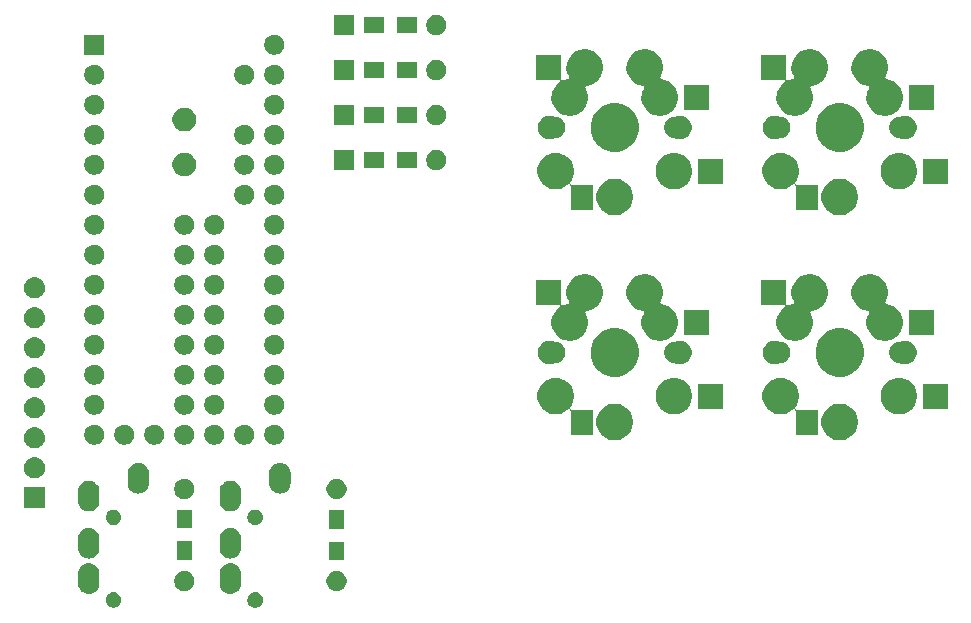
<source format=gbr>
G04 #@! TF.GenerationSoftware,KiCad,Pcbnew,(5.0.2)-1*
G04 #@! TF.CreationDate,2019-03-22T22:23:13+09:00*
G04 #@! TF.ProjectId,mitcard,6d697463-6172-4642-9e6b-696361645f70,rev?*
G04 #@! TF.SameCoordinates,Original*
G04 #@! TF.FileFunction,Soldermask,Top*
G04 #@! TF.FilePolarity,Negative*
%FSLAX46Y46*%
G04 Gerber Fmt 4.6, Leading zero omitted, Abs format (unit mm)*
G04 Created by KiCad (PCBNEW (5.0.2)-1) date 2019/03/22 22:23:13*
%MOMM*%
%LPD*%
G01*
G04 APERTURE LIST*
%ADD10C,0.100000*%
G04 APERTURE END LIST*
D10*
G36*
X75689890Y-102874017D02*
X75808361Y-102923089D01*
X75808364Y-102923091D01*
X75905452Y-102987963D01*
X75914992Y-102994338D01*
X76005662Y-103085008D01*
X76076911Y-103191639D01*
X76125983Y-103310110D01*
X76151000Y-103435881D01*
X76151000Y-103564119D01*
X76125983Y-103689890D01*
X76076911Y-103808361D01*
X76005662Y-103914992D01*
X75914992Y-104005662D01*
X75808361Y-104076911D01*
X75689890Y-104125983D01*
X75564119Y-104151000D01*
X75435881Y-104151000D01*
X75310110Y-104125983D01*
X75191639Y-104076911D01*
X75085008Y-104005662D01*
X74994338Y-103914992D01*
X74923089Y-103808361D01*
X74874017Y-103689890D01*
X74849000Y-103564119D01*
X74849000Y-103435881D01*
X74874017Y-103310110D01*
X74923089Y-103191639D01*
X74994338Y-103085008D01*
X75085008Y-102994338D01*
X75094549Y-102987963D01*
X75191636Y-102923091D01*
X75191639Y-102923089D01*
X75310110Y-102874017D01*
X75435881Y-102849000D01*
X75564119Y-102849000D01*
X75689890Y-102874017D01*
X75689890Y-102874017D01*
G37*
G36*
X63689890Y-102874017D02*
X63808361Y-102923089D01*
X63808364Y-102923091D01*
X63905452Y-102987963D01*
X63914992Y-102994338D01*
X64005662Y-103085008D01*
X64076911Y-103191639D01*
X64125983Y-103310110D01*
X64151000Y-103435881D01*
X64151000Y-103564119D01*
X64125983Y-103689890D01*
X64076911Y-103808361D01*
X64005662Y-103914992D01*
X63914992Y-104005662D01*
X63808361Y-104076911D01*
X63689890Y-104125983D01*
X63564119Y-104151000D01*
X63435881Y-104151000D01*
X63310110Y-104125983D01*
X63191639Y-104076911D01*
X63085008Y-104005662D01*
X62994338Y-103914992D01*
X62923089Y-103808361D01*
X62874017Y-103689890D01*
X62849000Y-103564119D01*
X62849000Y-103435881D01*
X62874017Y-103310110D01*
X62923089Y-103191639D01*
X62994338Y-103085008D01*
X63085008Y-102994338D01*
X63094549Y-102987963D01*
X63191636Y-102923091D01*
X63191639Y-102923089D01*
X63310110Y-102874017D01*
X63435881Y-102849000D01*
X63564119Y-102849000D01*
X63689890Y-102874017D01*
X63689890Y-102874017D01*
G37*
G36*
X61576627Y-100412037D02*
X61689853Y-100446384D01*
X61746467Y-100463557D01*
X61885087Y-100537652D01*
X61902991Y-100547222D01*
X61938729Y-100576552D01*
X62040186Y-100659814D01*
X62123448Y-100761271D01*
X62152778Y-100797009D01*
X62152779Y-100797011D01*
X62236443Y-100953533D01*
X62236443Y-100953534D01*
X62287963Y-101123373D01*
X62301000Y-101255742D01*
X62301000Y-102144258D01*
X62287963Y-102276627D01*
X62275382Y-102318100D01*
X62236443Y-102446467D01*
X62175215Y-102561014D01*
X62152778Y-102602991D01*
X62123448Y-102638729D01*
X62040186Y-102740186D01*
X61902989Y-102852779D01*
X61746466Y-102936443D01*
X61689852Y-102953616D01*
X61576626Y-102987963D01*
X61400000Y-103005359D01*
X61223373Y-102987963D01*
X61110147Y-102953616D01*
X61053533Y-102936443D01*
X60897011Y-102852779D01*
X60897009Y-102852778D01*
X60861271Y-102823448D01*
X60759814Y-102740186D01*
X60647221Y-102602989D01*
X60563557Y-102446466D01*
X60520068Y-102303100D01*
X60512037Y-102276626D01*
X60499000Y-102144257D01*
X60499000Y-101255742D01*
X60500651Y-101238985D01*
X60512038Y-101123375D01*
X60512038Y-101123373D01*
X60563558Y-100953534D01*
X60563558Y-100953533D01*
X60647222Y-100797011D01*
X60647223Y-100797009D01*
X60676553Y-100761271D01*
X60759815Y-100659814D01*
X60861272Y-100576552D01*
X60897010Y-100547222D01*
X60914914Y-100537652D01*
X61053534Y-100463557D01*
X61110148Y-100446384D01*
X61223374Y-100412037D01*
X61400000Y-100394641D01*
X61576627Y-100412037D01*
X61576627Y-100412037D01*
G37*
G36*
X73576627Y-100412037D02*
X73689853Y-100446384D01*
X73746467Y-100463557D01*
X73885087Y-100537652D01*
X73902991Y-100547222D01*
X73938729Y-100576552D01*
X74040186Y-100659814D01*
X74123448Y-100761271D01*
X74152778Y-100797009D01*
X74152779Y-100797011D01*
X74236443Y-100953533D01*
X74236443Y-100953534D01*
X74287963Y-101123373D01*
X74301000Y-101255742D01*
X74301000Y-102144258D01*
X74287963Y-102276627D01*
X74275382Y-102318100D01*
X74236443Y-102446467D01*
X74175215Y-102561014D01*
X74152778Y-102602991D01*
X74123448Y-102638729D01*
X74040186Y-102740186D01*
X73902989Y-102852779D01*
X73746466Y-102936443D01*
X73689852Y-102953616D01*
X73576626Y-102987963D01*
X73400000Y-103005359D01*
X73223373Y-102987963D01*
X73110147Y-102953616D01*
X73053533Y-102936443D01*
X72897011Y-102852779D01*
X72897009Y-102852778D01*
X72861271Y-102823448D01*
X72759814Y-102740186D01*
X72647221Y-102602989D01*
X72563557Y-102446466D01*
X72520068Y-102303100D01*
X72512037Y-102276626D01*
X72499000Y-102144257D01*
X72499000Y-101255742D01*
X72500651Y-101238985D01*
X72512038Y-101123375D01*
X72512038Y-101123373D01*
X72563558Y-100953534D01*
X72563558Y-100953533D01*
X72647222Y-100797011D01*
X72647223Y-100797009D01*
X72676553Y-100761271D01*
X72759815Y-100659814D01*
X72861272Y-100576552D01*
X72897010Y-100547222D01*
X72914914Y-100537652D01*
X73053534Y-100463557D01*
X73110148Y-100446384D01*
X73223374Y-100412037D01*
X73400000Y-100394641D01*
X73576627Y-100412037D01*
X73576627Y-100412037D01*
G37*
G36*
X82633228Y-101096703D02*
X82788100Y-101160853D01*
X82927481Y-101253985D01*
X83046015Y-101372519D01*
X83139147Y-101511900D01*
X83203297Y-101666772D01*
X83236000Y-101831184D01*
X83236000Y-101998816D01*
X83203297Y-102163228D01*
X83139147Y-102318100D01*
X83046015Y-102457481D01*
X82927481Y-102576015D01*
X82788100Y-102669147D01*
X82633228Y-102733297D01*
X82468816Y-102766000D01*
X82301184Y-102766000D01*
X82136772Y-102733297D01*
X81981900Y-102669147D01*
X81842519Y-102576015D01*
X81723985Y-102457481D01*
X81630853Y-102318100D01*
X81566703Y-102163228D01*
X81534000Y-101998816D01*
X81534000Y-101831184D01*
X81566703Y-101666772D01*
X81630853Y-101511900D01*
X81723985Y-101372519D01*
X81842519Y-101253985D01*
X81981900Y-101160853D01*
X82136772Y-101096703D01*
X82301184Y-101064000D01*
X82468816Y-101064000D01*
X82633228Y-101096703D01*
X82633228Y-101096703D01*
G37*
G36*
X69748228Y-101081703D02*
X69903100Y-101145853D01*
X70042481Y-101238985D01*
X70161015Y-101357519D01*
X70254147Y-101496900D01*
X70318297Y-101651772D01*
X70351000Y-101816184D01*
X70351000Y-101983816D01*
X70318297Y-102148228D01*
X70254147Y-102303100D01*
X70161015Y-102442481D01*
X70042481Y-102561015D01*
X69903100Y-102654147D01*
X69748228Y-102718297D01*
X69583816Y-102751000D01*
X69416184Y-102751000D01*
X69251772Y-102718297D01*
X69096900Y-102654147D01*
X68957519Y-102561015D01*
X68838985Y-102442481D01*
X68745853Y-102303100D01*
X68681703Y-102148228D01*
X68649000Y-101983816D01*
X68649000Y-101816184D01*
X68681703Y-101651772D01*
X68745853Y-101496900D01*
X68838985Y-101357519D01*
X68957519Y-101238985D01*
X69096900Y-101145853D01*
X69251772Y-101081703D01*
X69416184Y-101049000D01*
X69583816Y-101049000D01*
X69748228Y-101081703D01*
X69748228Y-101081703D01*
G37*
G36*
X83036000Y-100166000D02*
X81734000Y-100166000D01*
X81734000Y-98564000D01*
X83036000Y-98564000D01*
X83036000Y-100166000D01*
X83036000Y-100166000D01*
G37*
G36*
X70151000Y-100151000D02*
X68849000Y-100151000D01*
X68849000Y-98549000D01*
X70151000Y-98549000D01*
X70151000Y-100151000D01*
X70151000Y-100151000D01*
G37*
G36*
X73576627Y-97412037D02*
X73689853Y-97446384D01*
X73746467Y-97463557D01*
X73885087Y-97537652D01*
X73902991Y-97547222D01*
X73938729Y-97576552D01*
X74040186Y-97659814D01*
X74123448Y-97761271D01*
X74152778Y-97797009D01*
X74152779Y-97797011D01*
X74236443Y-97953533D01*
X74236443Y-97953534D01*
X74287963Y-98123373D01*
X74301000Y-98255742D01*
X74301000Y-99144258D01*
X74287963Y-99276627D01*
X74253616Y-99389853D01*
X74236443Y-99446467D01*
X74162348Y-99585087D01*
X74152778Y-99602991D01*
X74123448Y-99638729D01*
X74040186Y-99740186D01*
X73902989Y-99852779D01*
X73746466Y-99936443D01*
X73689852Y-99953616D01*
X73576626Y-99987963D01*
X73400000Y-100005359D01*
X73223373Y-99987963D01*
X73110147Y-99953616D01*
X73053533Y-99936443D01*
X72897011Y-99852779D01*
X72897009Y-99852778D01*
X72861271Y-99823448D01*
X72759814Y-99740186D01*
X72647221Y-99602989D01*
X72563557Y-99446466D01*
X72546384Y-99389852D01*
X72512037Y-99276626D01*
X72499000Y-99144257D01*
X72499000Y-98255742D01*
X72512038Y-98123373D01*
X72563558Y-97953534D01*
X72563558Y-97953533D01*
X72647222Y-97797011D01*
X72647223Y-97797009D01*
X72676553Y-97761271D01*
X72759815Y-97659814D01*
X72861272Y-97576552D01*
X72897010Y-97547222D01*
X72914914Y-97537652D01*
X73053534Y-97463557D01*
X73110148Y-97446384D01*
X73223374Y-97412037D01*
X73400000Y-97394641D01*
X73576627Y-97412037D01*
X73576627Y-97412037D01*
G37*
G36*
X61576627Y-97412037D02*
X61689853Y-97446384D01*
X61746467Y-97463557D01*
X61885087Y-97537652D01*
X61902991Y-97547222D01*
X61938729Y-97576552D01*
X62040186Y-97659814D01*
X62123448Y-97761271D01*
X62152778Y-97797009D01*
X62152779Y-97797011D01*
X62236443Y-97953533D01*
X62236443Y-97953534D01*
X62287963Y-98123373D01*
X62301000Y-98255742D01*
X62301000Y-99144258D01*
X62287963Y-99276627D01*
X62253616Y-99389853D01*
X62236443Y-99446467D01*
X62162348Y-99585087D01*
X62152778Y-99602991D01*
X62123448Y-99638729D01*
X62040186Y-99740186D01*
X61902989Y-99852779D01*
X61746466Y-99936443D01*
X61689852Y-99953616D01*
X61576626Y-99987963D01*
X61400000Y-100005359D01*
X61223373Y-99987963D01*
X61110147Y-99953616D01*
X61053533Y-99936443D01*
X60897011Y-99852779D01*
X60897009Y-99852778D01*
X60861271Y-99823448D01*
X60759814Y-99740186D01*
X60647221Y-99602989D01*
X60563557Y-99446466D01*
X60546384Y-99389852D01*
X60512037Y-99276626D01*
X60499000Y-99144257D01*
X60499000Y-98255742D01*
X60512038Y-98123373D01*
X60563558Y-97953534D01*
X60563558Y-97953533D01*
X60647222Y-97797011D01*
X60647223Y-97797009D01*
X60676553Y-97761271D01*
X60759815Y-97659814D01*
X60861272Y-97576552D01*
X60897010Y-97547222D01*
X60914914Y-97537652D01*
X61053534Y-97463557D01*
X61110148Y-97446384D01*
X61223374Y-97412037D01*
X61400000Y-97394641D01*
X61576627Y-97412037D01*
X61576627Y-97412037D01*
G37*
G36*
X83036000Y-97466000D02*
X81734000Y-97466000D01*
X81734000Y-95864000D01*
X83036000Y-95864000D01*
X83036000Y-97466000D01*
X83036000Y-97466000D01*
G37*
G36*
X70151000Y-97451000D02*
X68849000Y-97451000D01*
X68849000Y-95849000D01*
X70151000Y-95849000D01*
X70151000Y-97451000D01*
X70151000Y-97451000D01*
G37*
G36*
X75689890Y-95874017D02*
X75808361Y-95923089D01*
X75808364Y-95923091D01*
X75905452Y-95987963D01*
X75914992Y-95994338D01*
X76005662Y-96085008D01*
X76076911Y-96191639D01*
X76125983Y-96310110D01*
X76151000Y-96435881D01*
X76151000Y-96564119D01*
X76125983Y-96689890D01*
X76076911Y-96808361D01*
X76005662Y-96914992D01*
X75914992Y-97005662D01*
X75808361Y-97076911D01*
X75689890Y-97125983D01*
X75564119Y-97151000D01*
X75435881Y-97151000D01*
X75310110Y-97125983D01*
X75191639Y-97076911D01*
X75085008Y-97005662D01*
X74994338Y-96914992D01*
X74923089Y-96808361D01*
X74874017Y-96689890D01*
X74849000Y-96564119D01*
X74849000Y-96435881D01*
X74874017Y-96310110D01*
X74923089Y-96191639D01*
X74994338Y-96085008D01*
X75085008Y-95994338D01*
X75094549Y-95987963D01*
X75191636Y-95923091D01*
X75191639Y-95923089D01*
X75310110Y-95874017D01*
X75435881Y-95849000D01*
X75564119Y-95849000D01*
X75689890Y-95874017D01*
X75689890Y-95874017D01*
G37*
G36*
X63689890Y-95874017D02*
X63808361Y-95923089D01*
X63808364Y-95923091D01*
X63905452Y-95987963D01*
X63914992Y-95994338D01*
X64005662Y-96085008D01*
X64076911Y-96191639D01*
X64125983Y-96310110D01*
X64151000Y-96435881D01*
X64151000Y-96564119D01*
X64125983Y-96689890D01*
X64076911Y-96808361D01*
X64005662Y-96914992D01*
X63914992Y-97005662D01*
X63808361Y-97076911D01*
X63689890Y-97125983D01*
X63564119Y-97151000D01*
X63435881Y-97151000D01*
X63310110Y-97125983D01*
X63191639Y-97076911D01*
X63085008Y-97005662D01*
X62994338Y-96914992D01*
X62923089Y-96808361D01*
X62874017Y-96689890D01*
X62849000Y-96564119D01*
X62849000Y-96435881D01*
X62874017Y-96310110D01*
X62923089Y-96191639D01*
X62994338Y-96085008D01*
X63085008Y-95994338D01*
X63094549Y-95987963D01*
X63191636Y-95923091D01*
X63191639Y-95923089D01*
X63310110Y-95874017D01*
X63435881Y-95849000D01*
X63564119Y-95849000D01*
X63689890Y-95874017D01*
X63689890Y-95874017D01*
G37*
G36*
X61576627Y-93412037D02*
X61665466Y-93438986D01*
X61746467Y-93463557D01*
X61885087Y-93537652D01*
X61902991Y-93547222D01*
X61933815Y-93572519D01*
X62040186Y-93659814D01*
X62123448Y-93761271D01*
X62152778Y-93797009D01*
X62152779Y-93797011D01*
X62236443Y-93953533D01*
X62236443Y-93953534D01*
X62287963Y-94123373D01*
X62301000Y-94255742D01*
X62301000Y-95144258D01*
X62287963Y-95276627D01*
X62253616Y-95389853D01*
X62236443Y-95446467D01*
X62162348Y-95585087D01*
X62152778Y-95602991D01*
X62123448Y-95638729D01*
X62040186Y-95740186D01*
X61902989Y-95852779D01*
X61746466Y-95936443D01*
X61689852Y-95953616D01*
X61576626Y-95987963D01*
X61400000Y-96005359D01*
X61223373Y-95987963D01*
X61110147Y-95953616D01*
X61053533Y-95936443D01*
X60897011Y-95852779D01*
X60897009Y-95852778D01*
X60861271Y-95823448D01*
X60759814Y-95740186D01*
X60647221Y-95602989D01*
X60563557Y-95446466D01*
X60546384Y-95389852D01*
X60512037Y-95276626D01*
X60499000Y-95144257D01*
X60499000Y-94255742D01*
X60512038Y-94123373D01*
X60563558Y-93953534D01*
X60563558Y-93953533D01*
X60647222Y-93797011D01*
X60647223Y-93797009D01*
X60676553Y-93761271D01*
X60759815Y-93659814D01*
X60866186Y-93572519D01*
X60897010Y-93547222D01*
X60914914Y-93537652D01*
X61053534Y-93463557D01*
X61134535Y-93438986D01*
X61223374Y-93412037D01*
X61400000Y-93394641D01*
X61576627Y-93412037D01*
X61576627Y-93412037D01*
G37*
G36*
X73576627Y-93412037D02*
X73665466Y-93438986D01*
X73746467Y-93463557D01*
X73885087Y-93537652D01*
X73902991Y-93547222D01*
X73933815Y-93572519D01*
X74040186Y-93659814D01*
X74123448Y-93761271D01*
X74152778Y-93797009D01*
X74152779Y-93797011D01*
X74236443Y-93953533D01*
X74236443Y-93953534D01*
X74287963Y-94123373D01*
X74301000Y-94255742D01*
X74301000Y-95144258D01*
X74287963Y-95276627D01*
X74253616Y-95389853D01*
X74236443Y-95446467D01*
X74162348Y-95585087D01*
X74152778Y-95602991D01*
X74123448Y-95638729D01*
X74040186Y-95740186D01*
X73902989Y-95852779D01*
X73746466Y-95936443D01*
X73689852Y-95953616D01*
X73576626Y-95987963D01*
X73400000Y-96005359D01*
X73223373Y-95987963D01*
X73110147Y-95953616D01*
X73053533Y-95936443D01*
X72897011Y-95852779D01*
X72897009Y-95852778D01*
X72861271Y-95823448D01*
X72759814Y-95740186D01*
X72647221Y-95602989D01*
X72563557Y-95446466D01*
X72546384Y-95389852D01*
X72512037Y-95276626D01*
X72499000Y-95144257D01*
X72499000Y-94255742D01*
X72512038Y-94123373D01*
X72563558Y-93953534D01*
X72563558Y-93953533D01*
X72647222Y-93797011D01*
X72647223Y-93797009D01*
X72676553Y-93761271D01*
X72759815Y-93659814D01*
X72866186Y-93572519D01*
X72897010Y-93547222D01*
X72914914Y-93537652D01*
X73053534Y-93463557D01*
X73134535Y-93438986D01*
X73223374Y-93412037D01*
X73400000Y-93394641D01*
X73576627Y-93412037D01*
X73576627Y-93412037D01*
G37*
G36*
X57711000Y-95741000D02*
X55909000Y-95741000D01*
X55909000Y-93939000D01*
X57711000Y-93939000D01*
X57711000Y-95741000D01*
X57711000Y-95741000D01*
G37*
G36*
X82633228Y-93296703D02*
X82788100Y-93360853D01*
X82927481Y-93453985D01*
X83046015Y-93572519D01*
X83139147Y-93711900D01*
X83203297Y-93866772D01*
X83236000Y-94031184D01*
X83236000Y-94198816D01*
X83203297Y-94363228D01*
X83139147Y-94518100D01*
X83046015Y-94657481D01*
X82927481Y-94776015D01*
X82788100Y-94869147D01*
X82633228Y-94933297D01*
X82468816Y-94966000D01*
X82301184Y-94966000D01*
X82136772Y-94933297D01*
X81981900Y-94869147D01*
X81842519Y-94776015D01*
X81723985Y-94657481D01*
X81630853Y-94518100D01*
X81566703Y-94363228D01*
X81534000Y-94198816D01*
X81534000Y-94031184D01*
X81566703Y-93866772D01*
X81630853Y-93711900D01*
X81723985Y-93572519D01*
X81842519Y-93453985D01*
X81981900Y-93360853D01*
X82136772Y-93296703D01*
X82301184Y-93264000D01*
X82468816Y-93264000D01*
X82633228Y-93296703D01*
X82633228Y-93296703D01*
G37*
G36*
X69748228Y-93281703D02*
X69903100Y-93345853D01*
X70042481Y-93438985D01*
X70161015Y-93557519D01*
X70254147Y-93696900D01*
X70318297Y-93851772D01*
X70351000Y-94016184D01*
X70351000Y-94183816D01*
X70318297Y-94348228D01*
X70254147Y-94503100D01*
X70161015Y-94642481D01*
X70042481Y-94761015D01*
X69903100Y-94854147D01*
X69748228Y-94918297D01*
X69583816Y-94951000D01*
X69416184Y-94951000D01*
X69251772Y-94918297D01*
X69096900Y-94854147D01*
X68957519Y-94761015D01*
X68838985Y-94642481D01*
X68745853Y-94503100D01*
X68681703Y-94348228D01*
X68649000Y-94183816D01*
X68649000Y-94016184D01*
X68681703Y-93851772D01*
X68745853Y-93696900D01*
X68838985Y-93557519D01*
X68957519Y-93438985D01*
X69096900Y-93345853D01*
X69251772Y-93281703D01*
X69416184Y-93249000D01*
X69583816Y-93249000D01*
X69748228Y-93281703D01*
X69748228Y-93281703D01*
G37*
G36*
X77776627Y-91912037D02*
X77889853Y-91946384D01*
X77946467Y-91963557D01*
X78085087Y-92037652D01*
X78102991Y-92047222D01*
X78138729Y-92076552D01*
X78240186Y-92159814D01*
X78323448Y-92261271D01*
X78352778Y-92297009D01*
X78352779Y-92297011D01*
X78436443Y-92453533D01*
X78436443Y-92453534D01*
X78487963Y-92623373D01*
X78501000Y-92755742D01*
X78501000Y-93644258D01*
X78487963Y-93776627D01*
X78465168Y-93851772D01*
X78436443Y-93946467D01*
X78399178Y-94016184D01*
X78352778Y-94102991D01*
X78336051Y-94123373D01*
X78240186Y-94240186D01*
X78102989Y-94352779D01*
X77946466Y-94436443D01*
X77889852Y-94453616D01*
X77776626Y-94487963D01*
X77600000Y-94505359D01*
X77423373Y-94487963D01*
X77310147Y-94453616D01*
X77253533Y-94436443D01*
X77097011Y-94352779D01*
X77097009Y-94352778D01*
X77061271Y-94323448D01*
X76959814Y-94240186D01*
X76847221Y-94102989D01*
X76763557Y-93946466D01*
X76746384Y-93889852D01*
X76712037Y-93776626D01*
X76699000Y-93644257D01*
X76699000Y-92755742D01*
X76712038Y-92623373D01*
X76763558Y-92453534D01*
X76763558Y-92453533D01*
X76847222Y-92297011D01*
X76847223Y-92297009D01*
X76876553Y-92261271D01*
X76959815Y-92159814D01*
X77061272Y-92076552D01*
X77097010Y-92047222D01*
X77114914Y-92037652D01*
X77253534Y-91963557D01*
X77310148Y-91946384D01*
X77423374Y-91912037D01*
X77600000Y-91894641D01*
X77776627Y-91912037D01*
X77776627Y-91912037D01*
G37*
G36*
X65776627Y-91912037D02*
X65889853Y-91946384D01*
X65946467Y-91963557D01*
X66085087Y-92037652D01*
X66102991Y-92047222D01*
X66138729Y-92076552D01*
X66240186Y-92159814D01*
X66323448Y-92261271D01*
X66352778Y-92297009D01*
X66352779Y-92297011D01*
X66436443Y-92453533D01*
X66436443Y-92453534D01*
X66487963Y-92623373D01*
X66501000Y-92755742D01*
X66501000Y-93644258D01*
X66487963Y-93776627D01*
X66465168Y-93851772D01*
X66436443Y-93946467D01*
X66399178Y-94016184D01*
X66352778Y-94102991D01*
X66336051Y-94123373D01*
X66240186Y-94240186D01*
X66102989Y-94352779D01*
X65946466Y-94436443D01*
X65889852Y-94453616D01*
X65776626Y-94487963D01*
X65600000Y-94505359D01*
X65423373Y-94487963D01*
X65310147Y-94453616D01*
X65253533Y-94436443D01*
X65097011Y-94352779D01*
X65097009Y-94352778D01*
X65061271Y-94323448D01*
X64959814Y-94240186D01*
X64847221Y-94102989D01*
X64763557Y-93946466D01*
X64746384Y-93889852D01*
X64712037Y-93776626D01*
X64699000Y-93644257D01*
X64699000Y-92755742D01*
X64712038Y-92623373D01*
X64763558Y-92453534D01*
X64763558Y-92453533D01*
X64847222Y-92297011D01*
X64847223Y-92297009D01*
X64876553Y-92261271D01*
X64959815Y-92159814D01*
X65061272Y-92076552D01*
X65097010Y-92047222D01*
X65114914Y-92037652D01*
X65253534Y-91963557D01*
X65310148Y-91946384D01*
X65423374Y-91912037D01*
X65600000Y-91894641D01*
X65776627Y-91912037D01*
X65776627Y-91912037D01*
G37*
G36*
X56920442Y-91405518D02*
X56986627Y-91412037D01*
X57099853Y-91446384D01*
X57156467Y-91463557D01*
X57295087Y-91537652D01*
X57312991Y-91547222D01*
X57348729Y-91576552D01*
X57450186Y-91659814D01*
X57533448Y-91761271D01*
X57562778Y-91797009D01*
X57562779Y-91797011D01*
X57646443Y-91953533D01*
X57663616Y-92010147D01*
X57697963Y-92123373D01*
X57715359Y-92300000D01*
X57697963Y-92476627D01*
X57663616Y-92589853D01*
X57646443Y-92646467D01*
X57588034Y-92755741D01*
X57562778Y-92802991D01*
X57533448Y-92838729D01*
X57450186Y-92940186D01*
X57348729Y-93023448D01*
X57312991Y-93052778D01*
X57312989Y-93052779D01*
X57156467Y-93136443D01*
X57099853Y-93153616D01*
X56986627Y-93187963D01*
X56920443Y-93194481D01*
X56854260Y-93201000D01*
X56765740Y-93201000D01*
X56699557Y-93194481D01*
X56633373Y-93187963D01*
X56520147Y-93153616D01*
X56463533Y-93136443D01*
X56307011Y-93052779D01*
X56307009Y-93052778D01*
X56271271Y-93023448D01*
X56169814Y-92940186D01*
X56086552Y-92838729D01*
X56057222Y-92802991D01*
X56031966Y-92755741D01*
X55973557Y-92646467D01*
X55956384Y-92589853D01*
X55922037Y-92476627D01*
X55904641Y-92300000D01*
X55922037Y-92123373D01*
X55956384Y-92010147D01*
X55973557Y-91953533D01*
X56057221Y-91797011D01*
X56057222Y-91797009D01*
X56086552Y-91761271D01*
X56169814Y-91659814D01*
X56271271Y-91576552D01*
X56307009Y-91547222D01*
X56324913Y-91537652D01*
X56463533Y-91463557D01*
X56520147Y-91446384D01*
X56633373Y-91412037D01*
X56699558Y-91405518D01*
X56765740Y-91399000D01*
X56854260Y-91399000D01*
X56920442Y-91405518D01*
X56920442Y-91405518D01*
G37*
G36*
X56920443Y-88865519D02*
X56986627Y-88872037D01*
X57099853Y-88906384D01*
X57156467Y-88923557D01*
X57295087Y-88997652D01*
X57312991Y-89007222D01*
X57348729Y-89036552D01*
X57450186Y-89119814D01*
X57503414Y-89184674D01*
X57562778Y-89257009D01*
X57562779Y-89257011D01*
X57646443Y-89413533D01*
X57654079Y-89438705D01*
X57697963Y-89583373D01*
X57715359Y-89760000D01*
X57697963Y-89936627D01*
X57663616Y-90049853D01*
X57646443Y-90106467D01*
X57611941Y-90171014D01*
X57562778Y-90262991D01*
X57561829Y-90264147D01*
X57450186Y-90400186D01*
X57348729Y-90483448D01*
X57312991Y-90512778D01*
X57312989Y-90512779D01*
X57156467Y-90596443D01*
X57099853Y-90613616D01*
X56986627Y-90647963D01*
X56920443Y-90654481D01*
X56854260Y-90661000D01*
X56765740Y-90661000D01*
X56699557Y-90654481D01*
X56633373Y-90647963D01*
X56520147Y-90613616D01*
X56463533Y-90596443D01*
X56307011Y-90512779D01*
X56307009Y-90512778D01*
X56271271Y-90483448D01*
X56169814Y-90400186D01*
X56058171Y-90264147D01*
X56057222Y-90262991D01*
X56008059Y-90171014D01*
X55973557Y-90106467D01*
X55956384Y-90049853D01*
X55922037Y-89936627D01*
X55904641Y-89760000D01*
X55922037Y-89583373D01*
X55965921Y-89438705D01*
X55973557Y-89413533D01*
X56057221Y-89257011D01*
X56057222Y-89257009D01*
X56116586Y-89184674D01*
X56169814Y-89119814D01*
X56271271Y-89036552D01*
X56307009Y-89007222D01*
X56324913Y-88997652D01*
X56463533Y-88923557D01*
X56520147Y-88906384D01*
X56633373Y-88872037D01*
X56699557Y-88865519D01*
X56765740Y-88859000D01*
X56854260Y-88859000D01*
X56920443Y-88865519D01*
X56920443Y-88865519D01*
G37*
G36*
X74828228Y-88691703D02*
X74983100Y-88755853D01*
X75122481Y-88848985D01*
X75241015Y-88967519D01*
X75334147Y-89106900D01*
X75398297Y-89261772D01*
X75431000Y-89426184D01*
X75431000Y-89593816D01*
X75398297Y-89758228D01*
X75334147Y-89913100D01*
X75241015Y-90052481D01*
X75122481Y-90171015D01*
X74983100Y-90264147D01*
X74828228Y-90328297D01*
X74663816Y-90361000D01*
X74496184Y-90361000D01*
X74331772Y-90328297D01*
X74176900Y-90264147D01*
X74037519Y-90171015D01*
X73918985Y-90052481D01*
X73825853Y-89913100D01*
X73761703Y-89758228D01*
X73729000Y-89593816D01*
X73729000Y-89426184D01*
X73761703Y-89261772D01*
X73825853Y-89106900D01*
X73918985Y-88967519D01*
X74037519Y-88848985D01*
X74176900Y-88755853D01*
X74331772Y-88691703D01*
X74496184Y-88659000D01*
X74663816Y-88659000D01*
X74828228Y-88691703D01*
X74828228Y-88691703D01*
G37*
G36*
X64668228Y-88691703D02*
X64823100Y-88755853D01*
X64962481Y-88848985D01*
X65081015Y-88967519D01*
X65174147Y-89106900D01*
X65238297Y-89261772D01*
X65271000Y-89426184D01*
X65271000Y-89593816D01*
X65238297Y-89758228D01*
X65174147Y-89913100D01*
X65081015Y-90052481D01*
X64962481Y-90171015D01*
X64823100Y-90264147D01*
X64668228Y-90328297D01*
X64503816Y-90361000D01*
X64336184Y-90361000D01*
X64171772Y-90328297D01*
X64016900Y-90264147D01*
X63877519Y-90171015D01*
X63758985Y-90052481D01*
X63665853Y-89913100D01*
X63601703Y-89758228D01*
X63569000Y-89593816D01*
X63569000Y-89426184D01*
X63601703Y-89261772D01*
X63665853Y-89106900D01*
X63758985Y-88967519D01*
X63877519Y-88848985D01*
X64016900Y-88755853D01*
X64171772Y-88691703D01*
X64336184Y-88659000D01*
X64503816Y-88659000D01*
X64668228Y-88691703D01*
X64668228Y-88691703D01*
G37*
G36*
X67208228Y-88691703D02*
X67363100Y-88755853D01*
X67502481Y-88848985D01*
X67621015Y-88967519D01*
X67714147Y-89106900D01*
X67778297Y-89261772D01*
X67811000Y-89426184D01*
X67811000Y-89593816D01*
X67778297Y-89758228D01*
X67714147Y-89913100D01*
X67621015Y-90052481D01*
X67502481Y-90171015D01*
X67363100Y-90264147D01*
X67208228Y-90328297D01*
X67043816Y-90361000D01*
X66876184Y-90361000D01*
X66711772Y-90328297D01*
X66556900Y-90264147D01*
X66417519Y-90171015D01*
X66298985Y-90052481D01*
X66205853Y-89913100D01*
X66141703Y-89758228D01*
X66109000Y-89593816D01*
X66109000Y-89426184D01*
X66141703Y-89261772D01*
X66205853Y-89106900D01*
X66298985Y-88967519D01*
X66417519Y-88848985D01*
X66556900Y-88755853D01*
X66711772Y-88691703D01*
X66876184Y-88659000D01*
X67043816Y-88659000D01*
X67208228Y-88691703D01*
X67208228Y-88691703D01*
G37*
G36*
X77368228Y-88691703D02*
X77523100Y-88755853D01*
X77662481Y-88848985D01*
X77781015Y-88967519D01*
X77874147Y-89106900D01*
X77938297Y-89261772D01*
X77971000Y-89426184D01*
X77971000Y-89593816D01*
X77938297Y-89758228D01*
X77874147Y-89913100D01*
X77781015Y-90052481D01*
X77662481Y-90171015D01*
X77523100Y-90264147D01*
X77368228Y-90328297D01*
X77203816Y-90361000D01*
X77036184Y-90361000D01*
X76871772Y-90328297D01*
X76716900Y-90264147D01*
X76577519Y-90171015D01*
X76458985Y-90052481D01*
X76365853Y-89913100D01*
X76301703Y-89758228D01*
X76269000Y-89593816D01*
X76269000Y-89426184D01*
X76301703Y-89261772D01*
X76365853Y-89106900D01*
X76458985Y-88967519D01*
X76577519Y-88848985D01*
X76716900Y-88755853D01*
X76871772Y-88691703D01*
X77036184Y-88659000D01*
X77203816Y-88659000D01*
X77368228Y-88691703D01*
X77368228Y-88691703D01*
G37*
G36*
X72288228Y-88691703D02*
X72443100Y-88755853D01*
X72582481Y-88848985D01*
X72701015Y-88967519D01*
X72794147Y-89106900D01*
X72858297Y-89261772D01*
X72891000Y-89426184D01*
X72891000Y-89593816D01*
X72858297Y-89758228D01*
X72794147Y-89913100D01*
X72701015Y-90052481D01*
X72582481Y-90171015D01*
X72443100Y-90264147D01*
X72288228Y-90328297D01*
X72123816Y-90361000D01*
X71956184Y-90361000D01*
X71791772Y-90328297D01*
X71636900Y-90264147D01*
X71497519Y-90171015D01*
X71378985Y-90052481D01*
X71285853Y-89913100D01*
X71221703Y-89758228D01*
X71189000Y-89593816D01*
X71189000Y-89426184D01*
X71221703Y-89261772D01*
X71285853Y-89106900D01*
X71378985Y-88967519D01*
X71497519Y-88848985D01*
X71636900Y-88755853D01*
X71791772Y-88691703D01*
X71956184Y-88659000D01*
X72123816Y-88659000D01*
X72288228Y-88691703D01*
X72288228Y-88691703D01*
G37*
G36*
X69748228Y-88691703D02*
X69903100Y-88755853D01*
X70042481Y-88848985D01*
X70161015Y-88967519D01*
X70254147Y-89106900D01*
X70318297Y-89261772D01*
X70351000Y-89426184D01*
X70351000Y-89593816D01*
X70318297Y-89758228D01*
X70254147Y-89913100D01*
X70161015Y-90052481D01*
X70042481Y-90171015D01*
X69903100Y-90264147D01*
X69748228Y-90328297D01*
X69583816Y-90361000D01*
X69416184Y-90361000D01*
X69251772Y-90328297D01*
X69096900Y-90264147D01*
X68957519Y-90171015D01*
X68838985Y-90052481D01*
X68745853Y-89913100D01*
X68681703Y-89758228D01*
X68649000Y-89593816D01*
X68649000Y-89426184D01*
X68681703Y-89261772D01*
X68745853Y-89106900D01*
X68838985Y-88967519D01*
X68957519Y-88848985D01*
X69096900Y-88755853D01*
X69251772Y-88691703D01*
X69416184Y-88659000D01*
X69583816Y-88659000D01*
X69748228Y-88691703D01*
X69748228Y-88691703D01*
G37*
G36*
X62128228Y-88691703D02*
X62283100Y-88755853D01*
X62422481Y-88848985D01*
X62541015Y-88967519D01*
X62634147Y-89106900D01*
X62698297Y-89261772D01*
X62731000Y-89426184D01*
X62731000Y-89593816D01*
X62698297Y-89758228D01*
X62634147Y-89913100D01*
X62541015Y-90052481D01*
X62422481Y-90171015D01*
X62283100Y-90264147D01*
X62128228Y-90328297D01*
X61963816Y-90361000D01*
X61796184Y-90361000D01*
X61631772Y-90328297D01*
X61476900Y-90264147D01*
X61337519Y-90171015D01*
X61218985Y-90052481D01*
X61125853Y-89913100D01*
X61061703Y-89758228D01*
X61029000Y-89593816D01*
X61029000Y-89426184D01*
X61061703Y-89261772D01*
X61125853Y-89106900D01*
X61218985Y-88967519D01*
X61337519Y-88848985D01*
X61476900Y-88755853D01*
X61631772Y-88691703D01*
X61796184Y-88659000D01*
X61963816Y-88659000D01*
X62128228Y-88691703D01*
X62128228Y-88691703D01*
G37*
G36*
X106302527Y-86938736D02*
X106402410Y-86958604D01*
X106684674Y-87075521D01*
X106938705Y-87245259D01*
X107154741Y-87461295D01*
X107324479Y-87715326D01*
X107441396Y-87997590D01*
X107501000Y-88297240D01*
X107501000Y-88602760D01*
X107441396Y-88902410D01*
X107324479Y-89184674D01*
X107154741Y-89438705D01*
X106938705Y-89654741D01*
X106684674Y-89824479D01*
X106402410Y-89941396D01*
X106302527Y-89961264D01*
X106102762Y-90001000D01*
X105797238Y-90001000D01*
X105597473Y-89961264D01*
X105497590Y-89941396D01*
X105215326Y-89824479D01*
X104961295Y-89654741D01*
X104745259Y-89438705D01*
X104575521Y-89184674D01*
X104458604Y-88902410D01*
X104399000Y-88602760D01*
X104399000Y-88297240D01*
X104458604Y-87997590D01*
X104575521Y-87715326D01*
X104745259Y-87461295D01*
X104961295Y-87245259D01*
X105215326Y-87075521D01*
X105497590Y-86958604D01*
X105597473Y-86938736D01*
X105797238Y-86899000D01*
X106102762Y-86899000D01*
X106302527Y-86938736D01*
X106302527Y-86938736D01*
G37*
G36*
X125352527Y-86938736D02*
X125452410Y-86958604D01*
X125734674Y-87075521D01*
X125988705Y-87245259D01*
X126204741Y-87461295D01*
X126374479Y-87715326D01*
X126491396Y-87997590D01*
X126551000Y-88297240D01*
X126551000Y-88602760D01*
X126491396Y-88902410D01*
X126374479Y-89184674D01*
X126204741Y-89438705D01*
X125988705Y-89654741D01*
X125734674Y-89824479D01*
X125452410Y-89941396D01*
X125352527Y-89961264D01*
X125152762Y-90001000D01*
X124847238Y-90001000D01*
X124647473Y-89961264D01*
X124547590Y-89941396D01*
X124265326Y-89824479D01*
X124011295Y-89654741D01*
X123795259Y-89438705D01*
X123625521Y-89184674D01*
X123508604Y-88902410D01*
X123449000Y-88602760D01*
X123449000Y-88297240D01*
X123508604Y-87997590D01*
X123625521Y-87715326D01*
X123795259Y-87461295D01*
X124011295Y-87245259D01*
X124265326Y-87075521D01*
X124547590Y-86958604D01*
X124647473Y-86938736D01*
X124847238Y-86899000D01*
X125152762Y-86899000D01*
X125352527Y-86938736D01*
X125352527Y-86938736D01*
G37*
G36*
X101302527Y-84738736D02*
X101402410Y-84758604D01*
X101684674Y-84875521D01*
X101938705Y-85045259D01*
X102154741Y-85261295D01*
X102324479Y-85515326D01*
X102441396Y-85797590D01*
X102501000Y-86097240D01*
X102501000Y-86402760D01*
X102441396Y-86702410D01*
X102324479Y-86984674D01*
X102177548Y-87204573D01*
X102166007Y-87226164D01*
X102158894Y-87249613D01*
X102156492Y-87274000D01*
X102158894Y-87298386D01*
X102166007Y-87321835D01*
X102177558Y-87343446D01*
X102193103Y-87362388D01*
X102212045Y-87377934D01*
X102233656Y-87389485D01*
X102257105Y-87396598D01*
X102281492Y-87399000D01*
X104101000Y-87399000D01*
X104101000Y-89501000D01*
X102199000Y-89501000D01*
X102199000Y-87496221D01*
X102196598Y-87471835D01*
X102189485Y-87448386D01*
X102177934Y-87426775D01*
X102162388Y-87407833D01*
X102143446Y-87392287D01*
X102121835Y-87380736D01*
X102098386Y-87373623D01*
X102074000Y-87371221D01*
X102049614Y-87373623D01*
X102026165Y-87380736D01*
X102004554Y-87392287D01*
X101985618Y-87407828D01*
X101938705Y-87454741D01*
X101684674Y-87624479D01*
X101402410Y-87741396D01*
X101302527Y-87761264D01*
X101102762Y-87801000D01*
X100797238Y-87801000D01*
X100597473Y-87761264D01*
X100497590Y-87741396D01*
X100215326Y-87624479D01*
X99961295Y-87454741D01*
X99745259Y-87238705D01*
X99575521Y-86984674D01*
X99458604Y-86702410D01*
X99399000Y-86402760D01*
X99399000Y-86097240D01*
X99458604Y-85797590D01*
X99575521Y-85515326D01*
X99745259Y-85261295D01*
X99961295Y-85045259D01*
X100215326Y-84875521D01*
X100497590Y-84758604D01*
X100597473Y-84738736D01*
X100797238Y-84699000D01*
X101102762Y-84699000D01*
X101302527Y-84738736D01*
X101302527Y-84738736D01*
G37*
G36*
X120352527Y-84738736D02*
X120452410Y-84758604D01*
X120734674Y-84875521D01*
X120988705Y-85045259D01*
X121204741Y-85261295D01*
X121374479Y-85515326D01*
X121491396Y-85797590D01*
X121551000Y-86097240D01*
X121551000Y-86402760D01*
X121491396Y-86702410D01*
X121374479Y-86984674D01*
X121227548Y-87204573D01*
X121216007Y-87226164D01*
X121208894Y-87249613D01*
X121206492Y-87274000D01*
X121208894Y-87298386D01*
X121216007Y-87321835D01*
X121227558Y-87343446D01*
X121243103Y-87362388D01*
X121262045Y-87377934D01*
X121283656Y-87389485D01*
X121307105Y-87396598D01*
X121331492Y-87399000D01*
X123151000Y-87399000D01*
X123151000Y-89501000D01*
X121249000Y-89501000D01*
X121249000Y-87496221D01*
X121246598Y-87471835D01*
X121239485Y-87448386D01*
X121227934Y-87426775D01*
X121212388Y-87407833D01*
X121193446Y-87392287D01*
X121171835Y-87380736D01*
X121148386Y-87373623D01*
X121124000Y-87371221D01*
X121099614Y-87373623D01*
X121076165Y-87380736D01*
X121054554Y-87392287D01*
X121035618Y-87407828D01*
X120988705Y-87454741D01*
X120734674Y-87624479D01*
X120452410Y-87741396D01*
X120352527Y-87761264D01*
X120152762Y-87801000D01*
X119847238Y-87801000D01*
X119647473Y-87761264D01*
X119547590Y-87741396D01*
X119265326Y-87624479D01*
X119011295Y-87454741D01*
X118795259Y-87238705D01*
X118625521Y-86984674D01*
X118508604Y-86702410D01*
X118449000Y-86402760D01*
X118449000Y-86097240D01*
X118508604Y-85797590D01*
X118625521Y-85515326D01*
X118795259Y-85261295D01*
X119011295Y-85045259D01*
X119265326Y-84875521D01*
X119547590Y-84758604D01*
X119647473Y-84738736D01*
X119847238Y-84699000D01*
X120152762Y-84699000D01*
X120352527Y-84738736D01*
X120352527Y-84738736D01*
G37*
G36*
X56920443Y-86325519D02*
X56986627Y-86332037D01*
X57099853Y-86366384D01*
X57156467Y-86383557D01*
X57295087Y-86457652D01*
X57312991Y-86467222D01*
X57348729Y-86496552D01*
X57450186Y-86579814D01*
X57533448Y-86681271D01*
X57562778Y-86717009D01*
X57562779Y-86717011D01*
X57646443Y-86873533D01*
X57654168Y-86899000D01*
X57697963Y-87043373D01*
X57715359Y-87220000D01*
X57697963Y-87396627D01*
X57663616Y-87509853D01*
X57646443Y-87566467D01*
X57615434Y-87624479D01*
X57562778Y-87722991D01*
X57561829Y-87724147D01*
X57450186Y-87860186D01*
X57348729Y-87943448D01*
X57312991Y-87972778D01*
X57312989Y-87972779D01*
X57156467Y-88056443D01*
X57099853Y-88073616D01*
X56986627Y-88107963D01*
X56920442Y-88114482D01*
X56854260Y-88121000D01*
X56765740Y-88121000D01*
X56699558Y-88114482D01*
X56633373Y-88107963D01*
X56520147Y-88073616D01*
X56463533Y-88056443D01*
X56307011Y-87972779D01*
X56307009Y-87972778D01*
X56271271Y-87943448D01*
X56169814Y-87860186D01*
X56058171Y-87724147D01*
X56057222Y-87722991D01*
X56004566Y-87624479D01*
X55973557Y-87566467D01*
X55956384Y-87509853D01*
X55922037Y-87396627D01*
X55904641Y-87220000D01*
X55922037Y-87043373D01*
X55965832Y-86899000D01*
X55973557Y-86873533D01*
X56057221Y-86717011D01*
X56057222Y-86717009D01*
X56086552Y-86681271D01*
X56169814Y-86579814D01*
X56271271Y-86496552D01*
X56307009Y-86467222D01*
X56324913Y-86457652D01*
X56463533Y-86383557D01*
X56520147Y-86366384D01*
X56633373Y-86332037D01*
X56699557Y-86325519D01*
X56765740Y-86319000D01*
X56854260Y-86319000D01*
X56920443Y-86325519D01*
X56920443Y-86325519D01*
G37*
G36*
X62128228Y-86151703D02*
X62283100Y-86215853D01*
X62422481Y-86308985D01*
X62541015Y-86427519D01*
X62634147Y-86566900D01*
X62698297Y-86721772D01*
X62731000Y-86886184D01*
X62731000Y-87053816D01*
X62698297Y-87218228D01*
X62634147Y-87373100D01*
X62541015Y-87512481D01*
X62422481Y-87631015D01*
X62283100Y-87724147D01*
X62128228Y-87788297D01*
X61963816Y-87821000D01*
X61796184Y-87821000D01*
X61631772Y-87788297D01*
X61476900Y-87724147D01*
X61337519Y-87631015D01*
X61218985Y-87512481D01*
X61125853Y-87373100D01*
X61061703Y-87218228D01*
X61029000Y-87053816D01*
X61029000Y-86886184D01*
X61061703Y-86721772D01*
X61125853Y-86566900D01*
X61218985Y-86427519D01*
X61337519Y-86308985D01*
X61476900Y-86215853D01*
X61631772Y-86151703D01*
X61796184Y-86119000D01*
X61963816Y-86119000D01*
X62128228Y-86151703D01*
X62128228Y-86151703D01*
G37*
G36*
X69748228Y-86151703D02*
X69903100Y-86215853D01*
X70042481Y-86308985D01*
X70161015Y-86427519D01*
X70254147Y-86566900D01*
X70318297Y-86721772D01*
X70351000Y-86886184D01*
X70351000Y-87053816D01*
X70318297Y-87218228D01*
X70254147Y-87373100D01*
X70161015Y-87512481D01*
X70042481Y-87631015D01*
X69903100Y-87724147D01*
X69748228Y-87788297D01*
X69583816Y-87821000D01*
X69416184Y-87821000D01*
X69251772Y-87788297D01*
X69096900Y-87724147D01*
X68957519Y-87631015D01*
X68838985Y-87512481D01*
X68745853Y-87373100D01*
X68681703Y-87218228D01*
X68649000Y-87053816D01*
X68649000Y-86886184D01*
X68681703Y-86721772D01*
X68745853Y-86566900D01*
X68838985Y-86427519D01*
X68957519Y-86308985D01*
X69096900Y-86215853D01*
X69251772Y-86151703D01*
X69416184Y-86119000D01*
X69583816Y-86119000D01*
X69748228Y-86151703D01*
X69748228Y-86151703D01*
G37*
G36*
X72288228Y-86151703D02*
X72443100Y-86215853D01*
X72582481Y-86308985D01*
X72701015Y-86427519D01*
X72794147Y-86566900D01*
X72858297Y-86721772D01*
X72891000Y-86886184D01*
X72891000Y-87053816D01*
X72858297Y-87218228D01*
X72794147Y-87373100D01*
X72701015Y-87512481D01*
X72582481Y-87631015D01*
X72443100Y-87724147D01*
X72288228Y-87788297D01*
X72123816Y-87821000D01*
X71956184Y-87821000D01*
X71791772Y-87788297D01*
X71636900Y-87724147D01*
X71497519Y-87631015D01*
X71378985Y-87512481D01*
X71285853Y-87373100D01*
X71221703Y-87218228D01*
X71189000Y-87053816D01*
X71189000Y-86886184D01*
X71221703Y-86721772D01*
X71285853Y-86566900D01*
X71378985Y-86427519D01*
X71497519Y-86308985D01*
X71636900Y-86215853D01*
X71791772Y-86151703D01*
X71956184Y-86119000D01*
X72123816Y-86119000D01*
X72288228Y-86151703D01*
X72288228Y-86151703D01*
G37*
G36*
X77368228Y-86151703D02*
X77523100Y-86215853D01*
X77662481Y-86308985D01*
X77781015Y-86427519D01*
X77874147Y-86566900D01*
X77938297Y-86721772D01*
X77971000Y-86886184D01*
X77971000Y-87053816D01*
X77938297Y-87218228D01*
X77874147Y-87373100D01*
X77781015Y-87512481D01*
X77662481Y-87631015D01*
X77523100Y-87724147D01*
X77368228Y-87788297D01*
X77203816Y-87821000D01*
X77036184Y-87821000D01*
X76871772Y-87788297D01*
X76716900Y-87724147D01*
X76577519Y-87631015D01*
X76458985Y-87512481D01*
X76365853Y-87373100D01*
X76301703Y-87218228D01*
X76269000Y-87053816D01*
X76269000Y-86886184D01*
X76301703Y-86721772D01*
X76365853Y-86566900D01*
X76458985Y-86427519D01*
X76577519Y-86308985D01*
X76716900Y-86215853D01*
X76871772Y-86151703D01*
X77036184Y-86119000D01*
X77203816Y-86119000D01*
X77368228Y-86151703D01*
X77368228Y-86151703D01*
G37*
G36*
X130352527Y-84738736D02*
X130452410Y-84758604D01*
X130734674Y-84875521D01*
X130988705Y-85045259D01*
X131204741Y-85261295D01*
X131374479Y-85515326D01*
X131491396Y-85797590D01*
X131551000Y-86097240D01*
X131551000Y-86402760D01*
X131491396Y-86702410D01*
X131374479Y-86984674D01*
X131204741Y-87238705D01*
X130988705Y-87454741D01*
X130734674Y-87624479D01*
X130452410Y-87741396D01*
X130352527Y-87761264D01*
X130152762Y-87801000D01*
X129847238Y-87801000D01*
X129647473Y-87761264D01*
X129547590Y-87741396D01*
X129265326Y-87624479D01*
X129011295Y-87454741D01*
X128795259Y-87238705D01*
X128625521Y-86984674D01*
X128508604Y-86702410D01*
X128449000Y-86402760D01*
X128449000Y-86097240D01*
X128508604Y-85797590D01*
X128625521Y-85515326D01*
X128795259Y-85261295D01*
X129011295Y-85045259D01*
X129265326Y-84875521D01*
X129547590Y-84758604D01*
X129647473Y-84738736D01*
X129847238Y-84699000D01*
X130152762Y-84699000D01*
X130352527Y-84738736D01*
X130352527Y-84738736D01*
G37*
G36*
X111302527Y-84738736D02*
X111402410Y-84758604D01*
X111684674Y-84875521D01*
X111938705Y-85045259D01*
X112154741Y-85261295D01*
X112324479Y-85515326D01*
X112441396Y-85797590D01*
X112501000Y-86097240D01*
X112501000Y-86402760D01*
X112441396Y-86702410D01*
X112324479Y-86984674D01*
X112154741Y-87238705D01*
X111938705Y-87454741D01*
X111684674Y-87624479D01*
X111402410Y-87741396D01*
X111302527Y-87761264D01*
X111102762Y-87801000D01*
X110797238Y-87801000D01*
X110597473Y-87761264D01*
X110497590Y-87741396D01*
X110215326Y-87624479D01*
X109961295Y-87454741D01*
X109745259Y-87238705D01*
X109575521Y-86984674D01*
X109458604Y-86702410D01*
X109399000Y-86402760D01*
X109399000Y-86097240D01*
X109458604Y-85797590D01*
X109575521Y-85515326D01*
X109745259Y-85261295D01*
X109961295Y-85045259D01*
X110215326Y-84875521D01*
X110497590Y-84758604D01*
X110597473Y-84738736D01*
X110797238Y-84699000D01*
X111102762Y-84699000D01*
X111302527Y-84738736D01*
X111302527Y-84738736D01*
G37*
G36*
X134151000Y-87301000D02*
X132049000Y-87301000D01*
X132049000Y-85199000D01*
X134151000Y-85199000D01*
X134151000Y-87301000D01*
X134151000Y-87301000D01*
G37*
G36*
X115101000Y-87301000D02*
X112999000Y-87301000D01*
X112999000Y-85199000D01*
X115101000Y-85199000D01*
X115101000Y-87301000D01*
X115101000Y-87301000D01*
G37*
G36*
X56920443Y-83785519D02*
X56986627Y-83792037D01*
X57099853Y-83826384D01*
X57156467Y-83843557D01*
X57295087Y-83917652D01*
X57312991Y-83927222D01*
X57348729Y-83956552D01*
X57450186Y-84039814D01*
X57533448Y-84141271D01*
X57562778Y-84177009D01*
X57562779Y-84177011D01*
X57646443Y-84333533D01*
X57656768Y-84367572D01*
X57697963Y-84503373D01*
X57715359Y-84680000D01*
X57697963Y-84856627D01*
X57663616Y-84969853D01*
X57646443Y-85026467D01*
X57611941Y-85091014D01*
X57562778Y-85182991D01*
X57533448Y-85218729D01*
X57450186Y-85320186D01*
X57348729Y-85403448D01*
X57312991Y-85432778D01*
X57312989Y-85432779D01*
X57156467Y-85516443D01*
X57099853Y-85533616D01*
X56986627Y-85567963D01*
X56920443Y-85574481D01*
X56854260Y-85581000D01*
X56765740Y-85581000D01*
X56699557Y-85574481D01*
X56633373Y-85567963D01*
X56520147Y-85533616D01*
X56463533Y-85516443D01*
X56307011Y-85432779D01*
X56307009Y-85432778D01*
X56271271Y-85403448D01*
X56169814Y-85320186D01*
X56086552Y-85218729D01*
X56057222Y-85182991D01*
X56008059Y-85091014D01*
X55973557Y-85026467D01*
X55956384Y-84969853D01*
X55922037Y-84856627D01*
X55904641Y-84680000D01*
X55922037Y-84503373D01*
X55963232Y-84367572D01*
X55973557Y-84333533D01*
X56057221Y-84177011D01*
X56057222Y-84177009D01*
X56086552Y-84141271D01*
X56169814Y-84039814D01*
X56271271Y-83956552D01*
X56307009Y-83927222D01*
X56324913Y-83917652D01*
X56463533Y-83843557D01*
X56520147Y-83826384D01*
X56633373Y-83792037D01*
X56699557Y-83785519D01*
X56765740Y-83779000D01*
X56854260Y-83779000D01*
X56920443Y-83785519D01*
X56920443Y-83785519D01*
G37*
G36*
X72288228Y-83611703D02*
X72443100Y-83675853D01*
X72582481Y-83768985D01*
X72701015Y-83887519D01*
X72794147Y-84026900D01*
X72858297Y-84181772D01*
X72891000Y-84346184D01*
X72891000Y-84513816D01*
X72858297Y-84678228D01*
X72794147Y-84833100D01*
X72701015Y-84972481D01*
X72582481Y-85091015D01*
X72443100Y-85184147D01*
X72288228Y-85248297D01*
X72123816Y-85281000D01*
X71956184Y-85281000D01*
X71791772Y-85248297D01*
X71636900Y-85184147D01*
X71497519Y-85091015D01*
X71378985Y-84972481D01*
X71285853Y-84833100D01*
X71221703Y-84678228D01*
X71189000Y-84513816D01*
X71189000Y-84346184D01*
X71221703Y-84181772D01*
X71285853Y-84026900D01*
X71378985Y-83887519D01*
X71497519Y-83768985D01*
X71636900Y-83675853D01*
X71791772Y-83611703D01*
X71956184Y-83579000D01*
X72123816Y-83579000D01*
X72288228Y-83611703D01*
X72288228Y-83611703D01*
G37*
G36*
X62128228Y-83611703D02*
X62283100Y-83675853D01*
X62422481Y-83768985D01*
X62541015Y-83887519D01*
X62634147Y-84026900D01*
X62698297Y-84181772D01*
X62731000Y-84346184D01*
X62731000Y-84513816D01*
X62698297Y-84678228D01*
X62634147Y-84833100D01*
X62541015Y-84972481D01*
X62422481Y-85091015D01*
X62283100Y-85184147D01*
X62128228Y-85248297D01*
X61963816Y-85281000D01*
X61796184Y-85281000D01*
X61631772Y-85248297D01*
X61476900Y-85184147D01*
X61337519Y-85091015D01*
X61218985Y-84972481D01*
X61125853Y-84833100D01*
X61061703Y-84678228D01*
X61029000Y-84513816D01*
X61029000Y-84346184D01*
X61061703Y-84181772D01*
X61125853Y-84026900D01*
X61218985Y-83887519D01*
X61337519Y-83768985D01*
X61476900Y-83675853D01*
X61631772Y-83611703D01*
X61796184Y-83579000D01*
X61963816Y-83579000D01*
X62128228Y-83611703D01*
X62128228Y-83611703D01*
G37*
G36*
X77368228Y-83611703D02*
X77523100Y-83675853D01*
X77662481Y-83768985D01*
X77781015Y-83887519D01*
X77874147Y-84026900D01*
X77938297Y-84181772D01*
X77971000Y-84346184D01*
X77971000Y-84513816D01*
X77938297Y-84678228D01*
X77874147Y-84833100D01*
X77781015Y-84972481D01*
X77662481Y-85091015D01*
X77523100Y-85184147D01*
X77368228Y-85248297D01*
X77203816Y-85281000D01*
X77036184Y-85281000D01*
X76871772Y-85248297D01*
X76716900Y-85184147D01*
X76577519Y-85091015D01*
X76458985Y-84972481D01*
X76365853Y-84833100D01*
X76301703Y-84678228D01*
X76269000Y-84513816D01*
X76269000Y-84346184D01*
X76301703Y-84181772D01*
X76365853Y-84026900D01*
X76458985Y-83887519D01*
X76577519Y-83768985D01*
X76716900Y-83675853D01*
X76871772Y-83611703D01*
X77036184Y-83579000D01*
X77203816Y-83579000D01*
X77368228Y-83611703D01*
X77368228Y-83611703D01*
G37*
G36*
X69748228Y-83611703D02*
X69903100Y-83675853D01*
X70042481Y-83768985D01*
X70161015Y-83887519D01*
X70254147Y-84026900D01*
X70318297Y-84181772D01*
X70351000Y-84346184D01*
X70351000Y-84513816D01*
X70318297Y-84678228D01*
X70254147Y-84833100D01*
X70161015Y-84972481D01*
X70042481Y-85091015D01*
X69903100Y-85184147D01*
X69748228Y-85248297D01*
X69583816Y-85281000D01*
X69416184Y-85281000D01*
X69251772Y-85248297D01*
X69096900Y-85184147D01*
X68957519Y-85091015D01*
X68838985Y-84972481D01*
X68745853Y-84833100D01*
X68681703Y-84678228D01*
X68649000Y-84513816D01*
X68649000Y-84346184D01*
X68681703Y-84181772D01*
X68745853Y-84026900D01*
X68838985Y-83887519D01*
X68957519Y-83768985D01*
X69096900Y-83675853D01*
X69251772Y-83611703D01*
X69416184Y-83579000D01*
X69583816Y-83579000D01*
X69748228Y-83611703D01*
X69748228Y-83611703D01*
G37*
G36*
X125598252Y-80577818D02*
X125598254Y-80577819D01*
X125598255Y-80577819D01*
X125971513Y-80732427D01*
X126302905Y-80953857D01*
X126307439Y-80956886D01*
X126593114Y-81242561D01*
X126593116Y-81242564D01*
X126817573Y-81578487D01*
X126972181Y-81951745D01*
X126972182Y-81951748D01*
X127051000Y-82347993D01*
X127051000Y-82752007D01*
X126976936Y-83124354D01*
X126972181Y-83148255D01*
X126817573Y-83521513D01*
X126645525Y-83779000D01*
X126593114Y-83857439D01*
X126307439Y-84143114D01*
X126307436Y-84143116D01*
X125971513Y-84367573D01*
X125598255Y-84522181D01*
X125598254Y-84522181D01*
X125598252Y-84522182D01*
X125202007Y-84601000D01*
X124797993Y-84601000D01*
X124401748Y-84522182D01*
X124401746Y-84522181D01*
X124401745Y-84522181D01*
X124028487Y-84367573D01*
X123692564Y-84143116D01*
X123692561Y-84143114D01*
X123406886Y-83857439D01*
X123354475Y-83779000D01*
X123182427Y-83521513D01*
X123027819Y-83148255D01*
X123023065Y-83124354D01*
X122949000Y-82752007D01*
X122949000Y-82347993D01*
X123027818Y-81951748D01*
X123027819Y-81951745D01*
X123182427Y-81578487D01*
X123406884Y-81242564D01*
X123406886Y-81242561D01*
X123692561Y-80956886D01*
X123697095Y-80953857D01*
X124028487Y-80732427D01*
X124401745Y-80577819D01*
X124401746Y-80577819D01*
X124401748Y-80577818D01*
X124797993Y-80499000D01*
X125202007Y-80499000D01*
X125598252Y-80577818D01*
X125598252Y-80577818D01*
G37*
G36*
X106548252Y-80577818D02*
X106548254Y-80577819D01*
X106548255Y-80577819D01*
X106921513Y-80732427D01*
X107252905Y-80953857D01*
X107257439Y-80956886D01*
X107543114Y-81242561D01*
X107543116Y-81242564D01*
X107767573Y-81578487D01*
X107922181Y-81951745D01*
X107922182Y-81951748D01*
X108001000Y-82347993D01*
X108001000Y-82752007D01*
X107926936Y-83124354D01*
X107922181Y-83148255D01*
X107767573Y-83521513D01*
X107595525Y-83779000D01*
X107543114Y-83857439D01*
X107257439Y-84143114D01*
X107257436Y-84143116D01*
X106921513Y-84367573D01*
X106548255Y-84522181D01*
X106548254Y-84522181D01*
X106548252Y-84522182D01*
X106152007Y-84601000D01*
X105747993Y-84601000D01*
X105351748Y-84522182D01*
X105351746Y-84522181D01*
X105351745Y-84522181D01*
X104978487Y-84367573D01*
X104642564Y-84143116D01*
X104642561Y-84143114D01*
X104356886Y-83857439D01*
X104304475Y-83779000D01*
X104132427Y-83521513D01*
X103977819Y-83148255D01*
X103973065Y-83124354D01*
X103899000Y-82752007D01*
X103899000Y-82347993D01*
X103977818Y-81951748D01*
X103977819Y-81951745D01*
X104132427Y-81578487D01*
X104356884Y-81242564D01*
X104356886Y-81242561D01*
X104642561Y-80956886D01*
X104647095Y-80953857D01*
X104978487Y-80732427D01*
X105351745Y-80577819D01*
X105351746Y-80577819D01*
X105351748Y-80577818D01*
X105747993Y-80499000D01*
X106152007Y-80499000D01*
X106548252Y-80577818D01*
X106548252Y-80577818D01*
G37*
G36*
X111741981Y-81587468D02*
X111924150Y-81662925D01*
X112088103Y-81772475D01*
X112227525Y-81911897D01*
X112337075Y-82075850D01*
X112412532Y-82258019D01*
X112451000Y-82451410D01*
X112451000Y-82648590D01*
X112412532Y-82841981D01*
X112337075Y-83024150D01*
X112227525Y-83188103D01*
X112088103Y-83327525D01*
X111924150Y-83437075D01*
X111741981Y-83512532D01*
X111548590Y-83551000D01*
X111351410Y-83551000D01*
X111158019Y-83512532D01*
X111032439Y-83460515D01*
X111008990Y-83453402D01*
X110984604Y-83451000D01*
X110941259Y-83451000D01*
X110767188Y-83416376D01*
X110603216Y-83348456D01*
X110455646Y-83249853D01*
X110330147Y-83124354D01*
X110231544Y-82976784D01*
X110163624Y-82812812D01*
X110129000Y-82638741D01*
X110129000Y-82461259D01*
X110163624Y-82287188D01*
X110231544Y-82123216D01*
X110330147Y-81975646D01*
X110455646Y-81850147D01*
X110603216Y-81751544D01*
X110767188Y-81683624D01*
X110941259Y-81649000D01*
X110984604Y-81649000D01*
X111008990Y-81646598D01*
X111032439Y-81639485D01*
X111158019Y-81587468D01*
X111351410Y-81549000D01*
X111548590Y-81549000D01*
X111741981Y-81587468D01*
X111741981Y-81587468D01*
G37*
G36*
X100741981Y-81587468D02*
X100867561Y-81639485D01*
X100891010Y-81646598D01*
X100915396Y-81649000D01*
X100958741Y-81649000D01*
X101132812Y-81683624D01*
X101296784Y-81751544D01*
X101444354Y-81850147D01*
X101569853Y-81975646D01*
X101668456Y-82123216D01*
X101736376Y-82287188D01*
X101771000Y-82461259D01*
X101771000Y-82638741D01*
X101736376Y-82812812D01*
X101668456Y-82976784D01*
X101569853Y-83124354D01*
X101444354Y-83249853D01*
X101296784Y-83348456D01*
X101132812Y-83416376D01*
X100958741Y-83451000D01*
X100915396Y-83451000D01*
X100891010Y-83453402D01*
X100867561Y-83460515D01*
X100741981Y-83512532D01*
X100548590Y-83551000D01*
X100351410Y-83551000D01*
X100158019Y-83512532D01*
X99975850Y-83437075D01*
X99811897Y-83327525D01*
X99672475Y-83188103D01*
X99562925Y-83024150D01*
X99487468Y-82841981D01*
X99449000Y-82648590D01*
X99449000Y-82451410D01*
X99487468Y-82258019D01*
X99562925Y-82075850D01*
X99672475Y-81911897D01*
X99811897Y-81772475D01*
X99975850Y-81662925D01*
X100158019Y-81587468D01*
X100351410Y-81549000D01*
X100548590Y-81549000D01*
X100741981Y-81587468D01*
X100741981Y-81587468D01*
G37*
G36*
X130791981Y-81587468D02*
X130974150Y-81662925D01*
X131138103Y-81772475D01*
X131277525Y-81911897D01*
X131387075Y-82075850D01*
X131462532Y-82258019D01*
X131501000Y-82451410D01*
X131501000Y-82648590D01*
X131462532Y-82841981D01*
X131387075Y-83024150D01*
X131277525Y-83188103D01*
X131138103Y-83327525D01*
X130974150Y-83437075D01*
X130791981Y-83512532D01*
X130598590Y-83551000D01*
X130401410Y-83551000D01*
X130208019Y-83512532D01*
X130082439Y-83460515D01*
X130058990Y-83453402D01*
X130034604Y-83451000D01*
X129991259Y-83451000D01*
X129817188Y-83416376D01*
X129653216Y-83348456D01*
X129505646Y-83249853D01*
X129380147Y-83124354D01*
X129281544Y-82976784D01*
X129213624Y-82812812D01*
X129179000Y-82638741D01*
X129179000Y-82461259D01*
X129213624Y-82287188D01*
X129281544Y-82123216D01*
X129380147Y-81975646D01*
X129505646Y-81850147D01*
X129653216Y-81751544D01*
X129817188Y-81683624D01*
X129991259Y-81649000D01*
X130034604Y-81649000D01*
X130058990Y-81646598D01*
X130082439Y-81639485D01*
X130208019Y-81587468D01*
X130401410Y-81549000D01*
X130598590Y-81549000D01*
X130791981Y-81587468D01*
X130791981Y-81587468D01*
G37*
G36*
X119791981Y-81587468D02*
X119917561Y-81639485D01*
X119941010Y-81646598D01*
X119965396Y-81649000D01*
X120008741Y-81649000D01*
X120182812Y-81683624D01*
X120346784Y-81751544D01*
X120494354Y-81850147D01*
X120619853Y-81975646D01*
X120718456Y-82123216D01*
X120786376Y-82287188D01*
X120821000Y-82461259D01*
X120821000Y-82638741D01*
X120786376Y-82812812D01*
X120718456Y-82976784D01*
X120619853Y-83124354D01*
X120494354Y-83249853D01*
X120346784Y-83348456D01*
X120182812Y-83416376D01*
X120008741Y-83451000D01*
X119965396Y-83451000D01*
X119941010Y-83453402D01*
X119917561Y-83460515D01*
X119791981Y-83512532D01*
X119598590Y-83551000D01*
X119401410Y-83551000D01*
X119208019Y-83512532D01*
X119025850Y-83437075D01*
X118861897Y-83327525D01*
X118722475Y-83188103D01*
X118612925Y-83024150D01*
X118537468Y-82841981D01*
X118499000Y-82648590D01*
X118499000Y-82451410D01*
X118537468Y-82258019D01*
X118612925Y-82075850D01*
X118722475Y-81911897D01*
X118861897Y-81772475D01*
X119025850Y-81662925D01*
X119208019Y-81587468D01*
X119401410Y-81549000D01*
X119598590Y-81549000D01*
X119791981Y-81587468D01*
X119791981Y-81587468D01*
G37*
G36*
X56920442Y-81245518D02*
X56986627Y-81252037D01*
X57099853Y-81286384D01*
X57156467Y-81303557D01*
X57295087Y-81377652D01*
X57312991Y-81387222D01*
X57348729Y-81416552D01*
X57450186Y-81499814D01*
X57533448Y-81601271D01*
X57562778Y-81637009D01*
X57562779Y-81637011D01*
X57646443Y-81793533D01*
X57663616Y-81850147D01*
X57697963Y-81963373D01*
X57715359Y-82140000D01*
X57697963Y-82316627D01*
X57688448Y-82347993D01*
X57646443Y-82486467D01*
X57611941Y-82551014D01*
X57562778Y-82642991D01*
X57533448Y-82678729D01*
X57450186Y-82780186D01*
X57374887Y-82841981D01*
X57312991Y-82892778D01*
X57312989Y-82892779D01*
X57156467Y-82976443D01*
X57099853Y-82993616D01*
X56986627Y-83027963D01*
X56920442Y-83034482D01*
X56854260Y-83041000D01*
X56765740Y-83041000D01*
X56699558Y-83034482D01*
X56633373Y-83027963D01*
X56520147Y-82993616D01*
X56463533Y-82976443D01*
X56307011Y-82892779D01*
X56307009Y-82892778D01*
X56245113Y-82841981D01*
X56169814Y-82780186D01*
X56086552Y-82678729D01*
X56057222Y-82642991D01*
X56008059Y-82551014D01*
X55973557Y-82486467D01*
X55931552Y-82347993D01*
X55922037Y-82316627D01*
X55904641Y-82140000D01*
X55922037Y-81963373D01*
X55956384Y-81850147D01*
X55973557Y-81793533D01*
X56057221Y-81637011D01*
X56057222Y-81637009D01*
X56086552Y-81601271D01*
X56169814Y-81499814D01*
X56271271Y-81416552D01*
X56307009Y-81387222D01*
X56324913Y-81377652D01*
X56463533Y-81303557D01*
X56520147Y-81286384D01*
X56633373Y-81252037D01*
X56699558Y-81245518D01*
X56765740Y-81239000D01*
X56854260Y-81239000D01*
X56920442Y-81245518D01*
X56920442Y-81245518D01*
G37*
G36*
X62128228Y-81071703D02*
X62283100Y-81135853D01*
X62422481Y-81228985D01*
X62541015Y-81347519D01*
X62634147Y-81486900D01*
X62698297Y-81641772D01*
X62731000Y-81806184D01*
X62731000Y-81973816D01*
X62698297Y-82138228D01*
X62634147Y-82293100D01*
X62541015Y-82432481D01*
X62422481Y-82551015D01*
X62283100Y-82644147D01*
X62128228Y-82708297D01*
X61963816Y-82741000D01*
X61796184Y-82741000D01*
X61631772Y-82708297D01*
X61476900Y-82644147D01*
X61337519Y-82551015D01*
X61218985Y-82432481D01*
X61125853Y-82293100D01*
X61061703Y-82138228D01*
X61029000Y-81973816D01*
X61029000Y-81806184D01*
X61061703Y-81641772D01*
X61125853Y-81486900D01*
X61218985Y-81347519D01*
X61337519Y-81228985D01*
X61476900Y-81135853D01*
X61631772Y-81071703D01*
X61796184Y-81039000D01*
X61963816Y-81039000D01*
X62128228Y-81071703D01*
X62128228Y-81071703D01*
G37*
G36*
X77368228Y-81071703D02*
X77523100Y-81135853D01*
X77662481Y-81228985D01*
X77781015Y-81347519D01*
X77874147Y-81486900D01*
X77938297Y-81641772D01*
X77971000Y-81806184D01*
X77971000Y-81973816D01*
X77938297Y-82138228D01*
X77874147Y-82293100D01*
X77781015Y-82432481D01*
X77662481Y-82551015D01*
X77523100Y-82644147D01*
X77368228Y-82708297D01*
X77203816Y-82741000D01*
X77036184Y-82741000D01*
X76871772Y-82708297D01*
X76716900Y-82644147D01*
X76577519Y-82551015D01*
X76458985Y-82432481D01*
X76365853Y-82293100D01*
X76301703Y-82138228D01*
X76269000Y-81973816D01*
X76269000Y-81806184D01*
X76301703Y-81641772D01*
X76365853Y-81486900D01*
X76458985Y-81347519D01*
X76577519Y-81228985D01*
X76716900Y-81135853D01*
X76871772Y-81071703D01*
X77036184Y-81039000D01*
X77203816Y-81039000D01*
X77368228Y-81071703D01*
X77368228Y-81071703D01*
G37*
G36*
X69748228Y-81071703D02*
X69903100Y-81135853D01*
X70042481Y-81228985D01*
X70161015Y-81347519D01*
X70254147Y-81486900D01*
X70318297Y-81641772D01*
X70351000Y-81806184D01*
X70351000Y-81973816D01*
X70318297Y-82138228D01*
X70254147Y-82293100D01*
X70161015Y-82432481D01*
X70042481Y-82551015D01*
X69903100Y-82644147D01*
X69748228Y-82708297D01*
X69583816Y-82741000D01*
X69416184Y-82741000D01*
X69251772Y-82708297D01*
X69096900Y-82644147D01*
X68957519Y-82551015D01*
X68838985Y-82432481D01*
X68745853Y-82293100D01*
X68681703Y-82138228D01*
X68649000Y-81973816D01*
X68649000Y-81806184D01*
X68681703Y-81641772D01*
X68745853Y-81486900D01*
X68838985Y-81347519D01*
X68957519Y-81228985D01*
X69096900Y-81135853D01*
X69251772Y-81071703D01*
X69416184Y-81039000D01*
X69583816Y-81039000D01*
X69748228Y-81071703D01*
X69748228Y-81071703D01*
G37*
G36*
X72288228Y-81071703D02*
X72443100Y-81135853D01*
X72582481Y-81228985D01*
X72701015Y-81347519D01*
X72794147Y-81486900D01*
X72858297Y-81641772D01*
X72891000Y-81806184D01*
X72891000Y-81973816D01*
X72858297Y-82138228D01*
X72794147Y-82293100D01*
X72701015Y-82432481D01*
X72582481Y-82551015D01*
X72443100Y-82644147D01*
X72288228Y-82708297D01*
X72123816Y-82741000D01*
X71956184Y-82741000D01*
X71791772Y-82708297D01*
X71636900Y-82644147D01*
X71497519Y-82551015D01*
X71378985Y-82432481D01*
X71285853Y-82293100D01*
X71221703Y-82138228D01*
X71189000Y-81973816D01*
X71189000Y-81806184D01*
X71221703Y-81641772D01*
X71285853Y-81486900D01*
X71378985Y-81347519D01*
X71497519Y-81228985D01*
X71636900Y-81135853D01*
X71791772Y-81071703D01*
X71956184Y-81039000D01*
X72123816Y-81039000D01*
X72288228Y-81071703D01*
X72288228Y-81071703D01*
G37*
G36*
X108842527Y-75958736D02*
X108942410Y-75978604D01*
X109224674Y-76095521D01*
X109478705Y-76265259D01*
X109694741Y-76481295D01*
X109864479Y-76735326D01*
X109981396Y-77017590D01*
X110041000Y-77317240D01*
X110041000Y-77622760D01*
X109981396Y-77922410D01*
X109864479Y-78204674D01*
X109824075Y-78265143D01*
X109812526Y-78286750D01*
X109805413Y-78310199D01*
X109803011Y-78334586D01*
X109805413Y-78358972D01*
X109812526Y-78382421D01*
X109824078Y-78404032D01*
X109839623Y-78422974D01*
X109858565Y-78438519D01*
X109880176Y-78450070D01*
X109903625Y-78457183D01*
X109912760Y-78459000D01*
X110212410Y-78518604D01*
X110494674Y-78635521D01*
X110748705Y-78805259D01*
X110964741Y-79021295D01*
X111134479Y-79275326D01*
X111251396Y-79557590D01*
X111311000Y-79857240D01*
X111311000Y-80162760D01*
X111251396Y-80462410D01*
X111134479Y-80744674D01*
X110964741Y-80998705D01*
X110748705Y-81214741D01*
X110494674Y-81384479D01*
X110212410Y-81501396D01*
X110112527Y-81521264D01*
X109912762Y-81561000D01*
X109607238Y-81561000D01*
X109407473Y-81521264D01*
X109307590Y-81501396D01*
X109025326Y-81384479D01*
X108771295Y-81214741D01*
X108555259Y-80998705D01*
X108385521Y-80744674D01*
X108268604Y-80462410D01*
X108209000Y-80162760D01*
X108209000Y-79857240D01*
X108268604Y-79557590D01*
X108385521Y-79275326D01*
X108425925Y-79214857D01*
X108437474Y-79193250D01*
X108444587Y-79169801D01*
X108446989Y-79145414D01*
X108444587Y-79121028D01*
X108437474Y-79097579D01*
X108425922Y-79075968D01*
X108410377Y-79057026D01*
X108391435Y-79041481D01*
X108369824Y-79029930D01*
X108346375Y-79022817D01*
X108337240Y-79021000D01*
X108037590Y-78961396D01*
X107755326Y-78844479D01*
X107501295Y-78674741D01*
X107285259Y-78458705D01*
X107115521Y-78204674D01*
X106998604Y-77922410D01*
X106939000Y-77622760D01*
X106939000Y-77317240D01*
X106998604Y-77017590D01*
X107115521Y-76735326D01*
X107285259Y-76481295D01*
X107501295Y-76265259D01*
X107755326Y-76095521D01*
X108037590Y-75978604D01*
X108137473Y-75958736D01*
X108337238Y-75919000D01*
X108642762Y-75919000D01*
X108842527Y-75958736D01*
X108842527Y-75958736D01*
G37*
G36*
X122812527Y-75958736D02*
X122912410Y-75978604D01*
X123194674Y-76095521D01*
X123448705Y-76265259D01*
X123664741Y-76481295D01*
X123834479Y-76735326D01*
X123951396Y-77017590D01*
X124011000Y-77317240D01*
X124011000Y-77622760D01*
X123951396Y-77922410D01*
X123834479Y-78204674D01*
X123664741Y-78458705D01*
X123448705Y-78674741D01*
X123194674Y-78844479D01*
X122912410Y-78961396D01*
X122612760Y-79021000D01*
X122603625Y-79022817D01*
X122580176Y-79029930D01*
X122558565Y-79041481D01*
X122539623Y-79057027D01*
X122524077Y-79075969D01*
X122512526Y-79097580D01*
X122505413Y-79121029D01*
X122503011Y-79145415D01*
X122505413Y-79169801D01*
X122512526Y-79193250D01*
X122524075Y-79214857D01*
X122564479Y-79275326D01*
X122681396Y-79557590D01*
X122741000Y-79857240D01*
X122741000Y-80162760D01*
X122681396Y-80462410D01*
X122564479Y-80744674D01*
X122394741Y-80998705D01*
X122178705Y-81214741D01*
X121924674Y-81384479D01*
X121642410Y-81501396D01*
X121542527Y-81521264D01*
X121342762Y-81561000D01*
X121037238Y-81561000D01*
X120837473Y-81521264D01*
X120737590Y-81501396D01*
X120455326Y-81384479D01*
X120201295Y-81214741D01*
X119985259Y-80998705D01*
X119815521Y-80744674D01*
X119698604Y-80462410D01*
X119639000Y-80162760D01*
X119639000Y-79857240D01*
X119698604Y-79557590D01*
X119815521Y-79275326D01*
X119985259Y-79021295D01*
X120201295Y-78805259D01*
X120284107Y-78749926D01*
X120303039Y-78734388D01*
X120318585Y-78715446D01*
X120330136Y-78693835D01*
X120337249Y-78670386D01*
X120339651Y-78646000D01*
X120337249Y-78621614D01*
X120330136Y-78598165D01*
X120318585Y-78576554D01*
X120303039Y-78557612D01*
X120284097Y-78542066D01*
X120262486Y-78530515D01*
X120239037Y-78523402D01*
X120214651Y-78521000D01*
X118349000Y-78521000D01*
X118349000Y-76419000D01*
X120451000Y-76419000D01*
X120451000Y-78450238D01*
X120453402Y-78474624D01*
X120460515Y-78498073D01*
X120472066Y-78519684D01*
X120487612Y-78538626D01*
X120506554Y-78554172D01*
X120528165Y-78565723D01*
X120551614Y-78572836D01*
X120576000Y-78575238D01*
X120600386Y-78572836D01*
X120623832Y-78565724D01*
X120737590Y-78518604D01*
X121037240Y-78459000D01*
X121046375Y-78457183D01*
X121069824Y-78450070D01*
X121091435Y-78438519D01*
X121110377Y-78422973D01*
X121125923Y-78404031D01*
X121137474Y-78382420D01*
X121144587Y-78358971D01*
X121146989Y-78334585D01*
X121144587Y-78310199D01*
X121137474Y-78286750D01*
X121125925Y-78265143D01*
X121085521Y-78204674D01*
X120968604Y-77922410D01*
X120909000Y-77622760D01*
X120909000Y-77317240D01*
X120968604Y-77017590D01*
X121085521Y-76735326D01*
X121255259Y-76481295D01*
X121471295Y-76265259D01*
X121725326Y-76095521D01*
X122007590Y-75978604D01*
X122107473Y-75958736D01*
X122307238Y-75919000D01*
X122612762Y-75919000D01*
X122812527Y-75958736D01*
X122812527Y-75958736D01*
G37*
G36*
X103762527Y-75958736D02*
X103862410Y-75978604D01*
X104144674Y-76095521D01*
X104398705Y-76265259D01*
X104614741Y-76481295D01*
X104784479Y-76735326D01*
X104901396Y-77017590D01*
X104961000Y-77317240D01*
X104961000Y-77622760D01*
X104901396Y-77922410D01*
X104784479Y-78204674D01*
X104614741Y-78458705D01*
X104398705Y-78674741D01*
X104144674Y-78844479D01*
X103862410Y-78961396D01*
X103562760Y-79021000D01*
X103553625Y-79022817D01*
X103530176Y-79029930D01*
X103508565Y-79041481D01*
X103489623Y-79057027D01*
X103474077Y-79075969D01*
X103462526Y-79097580D01*
X103455413Y-79121029D01*
X103453011Y-79145415D01*
X103455413Y-79169801D01*
X103462526Y-79193250D01*
X103474075Y-79214857D01*
X103514479Y-79275326D01*
X103631396Y-79557590D01*
X103691000Y-79857240D01*
X103691000Y-80162760D01*
X103631396Y-80462410D01*
X103514479Y-80744674D01*
X103344741Y-80998705D01*
X103128705Y-81214741D01*
X102874674Y-81384479D01*
X102592410Y-81501396D01*
X102492527Y-81521264D01*
X102292762Y-81561000D01*
X101987238Y-81561000D01*
X101787473Y-81521264D01*
X101687590Y-81501396D01*
X101405326Y-81384479D01*
X101151295Y-81214741D01*
X100935259Y-80998705D01*
X100765521Y-80744674D01*
X100648604Y-80462410D01*
X100589000Y-80162760D01*
X100589000Y-79857240D01*
X100648604Y-79557590D01*
X100765521Y-79275326D01*
X100935259Y-79021295D01*
X101151295Y-78805259D01*
X101234107Y-78749926D01*
X101253039Y-78734388D01*
X101268585Y-78715446D01*
X101280136Y-78693835D01*
X101287249Y-78670386D01*
X101289651Y-78646000D01*
X101287249Y-78621614D01*
X101280136Y-78598165D01*
X101268585Y-78576554D01*
X101253039Y-78557612D01*
X101234097Y-78542066D01*
X101212486Y-78530515D01*
X101189037Y-78523402D01*
X101164651Y-78521000D01*
X99299000Y-78521000D01*
X99299000Y-76419000D01*
X101401000Y-76419000D01*
X101401000Y-78450238D01*
X101403402Y-78474624D01*
X101410515Y-78498073D01*
X101422066Y-78519684D01*
X101437612Y-78538626D01*
X101456554Y-78554172D01*
X101478165Y-78565723D01*
X101501614Y-78572836D01*
X101526000Y-78575238D01*
X101550386Y-78572836D01*
X101573832Y-78565724D01*
X101687590Y-78518604D01*
X101987240Y-78459000D01*
X101996375Y-78457183D01*
X102019824Y-78450070D01*
X102041435Y-78438519D01*
X102060377Y-78422973D01*
X102075923Y-78404031D01*
X102087474Y-78382420D01*
X102094587Y-78358971D01*
X102096989Y-78334585D01*
X102094587Y-78310199D01*
X102087474Y-78286750D01*
X102075925Y-78265143D01*
X102035521Y-78204674D01*
X101918604Y-77922410D01*
X101859000Y-77622760D01*
X101859000Y-77317240D01*
X101918604Y-77017590D01*
X102035521Y-76735326D01*
X102205259Y-76481295D01*
X102421295Y-76265259D01*
X102675326Y-76095521D01*
X102957590Y-75978604D01*
X103057473Y-75958736D01*
X103257238Y-75919000D01*
X103562762Y-75919000D01*
X103762527Y-75958736D01*
X103762527Y-75958736D01*
G37*
G36*
X127892527Y-75958736D02*
X127992410Y-75978604D01*
X128274674Y-76095521D01*
X128528705Y-76265259D01*
X128744741Y-76481295D01*
X128914479Y-76735326D01*
X129031396Y-77017590D01*
X129091000Y-77317240D01*
X129091000Y-77622760D01*
X129031396Y-77922410D01*
X128914479Y-78204674D01*
X128874075Y-78265143D01*
X128862526Y-78286750D01*
X128855413Y-78310199D01*
X128853011Y-78334586D01*
X128855413Y-78358972D01*
X128862526Y-78382421D01*
X128874078Y-78404032D01*
X128889623Y-78422974D01*
X128908565Y-78438519D01*
X128930176Y-78450070D01*
X128953625Y-78457183D01*
X128962760Y-78459000D01*
X129262410Y-78518604D01*
X129544674Y-78635521D01*
X129798705Y-78805259D01*
X130014741Y-79021295D01*
X130184479Y-79275326D01*
X130301396Y-79557590D01*
X130361000Y-79857240D01*
X130361000Y-80162760D01*
X130301396Y-80462410D01*
X130184479Y-80744674D01*
X130014741Y-80998705D01*
X129798705Y-81214741D01*
X129544674Y-81384479D01*
X129262410Y-81501396D01*
X129162527Y-81521264D01*
X128962762Y-81561000D01*
X128657238Y-81561000D01*
X128457473Y-81521264D01*
X128357590Y-81501396D01*
X128075326Y-81384479D01*
X127821295Y-81214741D01*
X127605259Y-80998705D01*
X127435521Y-80744674D01*
X127318604Y-80462410D01*
X127259000Y-80162760D01*
X127259000Y-79857240D01*
X127318604Y-79557590D01*
X127435521Y-79275326D01*
X127475925Y-79214857D01*
X127487474Y-79193250D01*
X127494587Y-79169801D01*
X127496989Y-79145414D01*
X127494587Y-79121028D01*
X127487474Y-79097579D01*
X127475922Y-79075968D01*
X127460377Y-79057026D01*
X127441435Y-79041481D01*
X127419824Y-79029930D01*
X127396375Y-79022817D01*
X127387240Y-79021000D01*
X127087590Y-78961396D01*
X126805326Y-78844479D01*
X126551295Y-78674741D01*
X126335259Y-78458705D01*
X126165521Y-78204674D01*
X126048604Y-77922410D01*
X125989000Y-77622760D01*
X125989000Y-77317240D01*
X126048604Y-77017590D01*
X126165521Y-76735326D01*
X126335259Y-76481295D01*
X126551295Y-76265259D01*
X126805326Y-76095521D01*
X127087590Y-75978604D01*
X127187473Y-75958736D01*
X127387238Y-75919000D01*
X127692762Y-75919000D01*
X127892527Y-75958736D01*
X127892527Y-75958736D01*
G37*
G36*
X132951000Y-81061000D02*
X130849000Y-81061000D01*
X130849000Y-78959000D01*
X132951000Y-78959000D01*
X132951000Y-81061000D01*
X132951000Y-81061000D01*
G37*
G36*
X113901000Y-81061000D02*
X111799000Y-81061000D01*
X111799000Y-78959000D01*
X113901000Y-78959000D01*
X113901000Y-81061000D01*
X113901000Y-81061000D01*
G37*
G36*
X56920443Y-78705519D02*
X56986627Y-78712037D01*
X57099853Y-78746384D01*
X57156467Y-78763557D01*
X57295087Y-78837652D01*
X57312991Y-78847222D01*
X57348729Y-78876552D01*
X57450186Y-78959814D01*
X57517207Y-79041481D01*
X57562778Y-79097009D01*
X57562779Y-79097011D01*
X57646443Y-79253533D01*
X57653054Y-79275326D01*
X57697963Y-79423373D01*
X57715359Y-79600000D01*
X57697963Y-79776627D01*
X57673510Y-79857238D01*
X57646443Y-79946467D01*
X57611941Y-80011014D01*
X57562778Y-80102991D01*
X57561829Y-80104147D01*
X57450186Y-80240186D01*
X57348729Y-80323448D01*
X57312991Y-80352778D01*
X57312989Y-80352779D01*
X57156467Y-80436443D01*
X57099853Y-80453616D01*
X56986627Y-80487963D01*
X56920443Y-80494481D01*
X56854260Y-80501000D01*
X56765740Y-80501000D01*
X56699557Y-80494481D01*
X56633373Y-80487963D01*
X56520147Y-80453616D01*
X56463533Y-80436443D01*
X56307011Y-80352779D01*
X56307009Y-80352778D01*
X56271271Y-80323448D01*
X56169814Y-80240186D01*
X56058171Y-80104147D01*
X56057222Y-80102991D01*
X56008059Y-80011014D01*
X55973557Y-79946467D01*
X55946490Y-79857238D01*
X55922037Y-79776627D01*
X55904641Y-79600000D01*
X55922037Y-79423373D01*
X55966946Y-79275326D01*
X55973557Y-79253533D01*
X56057221Y-79097011D01*
X56057222Y-79097009D01*
X56102793Y-79041481D01*
X56169814Y-78959814D01*
X56271271Y-78876552D01*
X56307009Y-78847222D01*
X56324913Y-78837652D01*
X56463533Y-78763557D01*
X56520147Y-78746384D01*
X56633373Y-78712037D01*
X56699557Y-78705519D01*
X56765740Y-78699000D01*
X56854260Y-78699000D01*
X56920443Y-78705519D01*
X56920443Y-78705519D01*
G37*
G36*
X62128228Y-78531703D02*
X62283100Y-78595853D01*
X62422481Y-78688985D01*
X62541015Y-78807519D01*
X62634147Y-78946900D01*
X62698297Y-79101772D01*
X62731000Y-79266184D01*
X62731000Y-79433816D01*
X62698297Y-79598228D01*
X62634147Y-79753100D01*
X62541015Y-79892481D01*
X62422481Y-80011015D01*
X62283100Y-80104147D01*
X62128228Y-80168297D01*
X61963816Y-80201000D01*
X61796184Y-80201000D01*
X61631772Y-80168297D01*
X61476900Y-80104147D01*
X61337519Y-80011015D01*
X61218985Y-79892481D01*
X61125853Y-79753100D01*
X61061703Y-79598228D01*
X61029000Y-79433816D01*
X61029000Y-79266184D01*
X61061703Y-79101772D01*
X61125853Y-78946900D01*
X61218985Y-78807519D01*
X61337519Y-78688985D01*
X61476900Y-78595853D01*
X61631772Y-78531703D01*
X61796184Y-78499000D01*
X61963816Y-78499000D01*
X62128228Y-78531703D01*
X62128228Y-78531703D01*
G37*
G36*
X72288228Y-78531703D02*
X72443100Y-78595853D01*
X72582481Y-78688985D01*
X72701015Y-78807519D01*
X72794147Y-78946900D01*
X72858297Y-79101772D01*
X72891000Y-79266184D01*
X72891000Y-79433816D01*
X72858297Y-79598228D01*
X72794147Y-79753100D01*
X72701015Y-79892481D01*
X72582481Y-80011015D01*
X72443100Y-80104147D01*
X72288228Y-80168297D01*
X72123816Y-80201000D01*
X71956184Y-80201000D01*
X71791772Y-80168297D01*
X71636900Y-80104147D01*
X71497519Y-80011015D01*
X71378985Y-79892481D01*
X71285853Y-79753100D01*
X71221703Y-79598228D01*
X71189000Y-79433816D01*
X71189000Y-79266184D01*
X71221703Y-79101772D01*
X71285853Y-78946900D01*
X71378985Y-78807519D01*
X71497519Y-78688985D01*
X71636900Y-78595853D01*
X71791772Y-78531703D01*
X71956184Y-78499000D01*
X72123816Y-78499000D01*
X72288228Y-78531703D01*
X72288228Y-78531703D01*
G37*
G36*
X69748228Y-78531703D02*
X69903100Y-78595853D01*
X70042481Y-78688985D01*
X70161015Y-78807519D01*
X70254147Y-78946900D01*
X70318297Y-79101772D01*
X70351000Y-79266184D01*
X70351000Y-79433816D01*
X70318297Y-79598228D01*
X70254147Y-79753100D01*
X70161015Y-79892481D01*
X70042481Y-80011015D01*
X69903100Y-80104147D01*
X69748228Y-80168297D01*
X69583816Y-80201000D01*
X69416184Y-80201000D01*
X69251772Y-80168297D01*
X69096900Y-80104147D01*
X68957519Y-80011015D01*
X68838985Y-79892481D01*
X68745853Y-79753100D01*
X68681703Y-79598228D01*
X68649000Y-79433816D01*
X68649000Y-79266184D01*
X68681703Y-79101772D01*
X68745853Y-78946900D01*
X68838985Y-78807519D01*
X68957519Y-78688985D01*
X69096900Y-78595853D01*
X69251772Y-78531703D01*
X69416184Y-78499000D01*
X69583816Y-78499000D01*
X69748228Y-78531703D01*
X69748228Y-78531703D01*
G37*
G36*
X77368228Y-78531703D02*
X77523100Y-78595853D01*
X77662481Y-78688985D01*
X77781015Y-78807519D01*
X77874147Y-78946900D01*
X77938297Y-79101772D01*
X77971000Y-79266184D01*
X77971000Y-79433816D01*
X77938297Y-79598228D01*
X77874147Y-79753100D01*
X77781015Y-79892481D01*
X77662481Y-80011015D01*
X77523100Y-80104147D01*
X77368228Y-80168297D01*
X77203816Y-80201000D01*
X77036184Y-80201000D01*
X76871772Y-80168297D01*
X76716900Y-80104147D01*
X76577519Y-80011015D01*
X76458985Y-79892481D01*
X76365853Y-79753100D01*
X76301703Y-79598228D01*
X76269000Y-79433816D01*
X76269000Y-79266184D01*
X76301703Y-79101772D01*
X76365853Y-78946900D01*
X76458985Y-78807519D01*
X76577519Y-78688985D01*
X76716900Y-78595853D01*
X76871772Y-78531703D01*
X77036184Y-78499000D01*
X77203816Y-78499000D01*
X77368228Y-78531703D01*
X77368228Y-78531703D01*
G37*
G36*
X56920443Y-76165519D02*
X56986627Y-76172037D01*
X57099853Y-76206384D01*
X57156467Y-76223557D01*
X57295087Y-76297652D01*
X57312991Y-76307222D01*
X57348729Y-76336552D01*
X57450186Y-76419814D01*
X57500641Y-76481295D01*
X57562778Y-76557009D01*
X57562779Y-76557011D01*
X57646443Y-76713533D01*
X57653054Y-76735326D01*
X57697963Y-76883373D01*
X57715359Y-77060000D01*
X57697963Y-77236627D01*
X57673510Y-77317238D01*
X57646443Y-77406467D01*
X57611941Y-77471014D01*
X57562778Y-77562991D01*
X57561829Y-77564147D01*
X57450186Y-77700186D01*
X57348729Y-77783448D01*
X57312991Y-77812778D01*
X57312989Y-77812779D01*
X57156467Y-77896443D01*
X57099853Y-77913616D01*
X56986627Y-77947963D01*
X56920442Y-77954482D01*
X56854260Y-77961000D01*
X56765740Y-77961000D01*
X56699558Y-77954482D01*
X56633373Y-77947963D01*
X56520147Y-77913616D01*
X56463533Y-77896443D01*
X56307011Y-77812779D01*
X56307009Y-77812778D01*
X56271271Y-77783448D01*
X56169814Y-77700186D01*
X56058171Y-77564147D01*
X56057222Y-77562991D01*
X56008059Y-77471014D01*
X55973557Y-77406467D01*
X55946490Y-77317238D01*
X55922037Y-77236627D01*
X55904641Y-77060000D01*
X55922037Y-76883373D01*
X55966946Y-76735326D01*
X55973557Y-76713533D01*
X56057221Y-76557011D01*
X56057222Y-76557009D01*
X56119359Y-76481295D01*
X56169814Y-76419814D01*
X56271271Y-76336552D01*
X56307009Y-76307222D01*
X56324913Y-76297652D01*
X56463533Y-76223557D01*
X56520147Y-76206384D01*
X56633373Y-76172037D01*
X56699557Y-76165519D01*
X56765740Y-76159000D01*
X56854260Y-76159000D01*
X56920443Y-76165519D01*
X56920443Y-76165519D01*
G37*
G36*
X77368228Y-75991703D02*
X77523100Y-76055853D01*
X77662481Y-76148985D01*
X77781015Y-76267519D01*
X77874147Y-76406900D01*
X77938297Y-76561772D01*
X77971000Y-76726184D01*
X77971000Y-76893816D01*
X77938297Y-77058228D01*
X77874147Y-77213100D01*
X77781015Y-77352481D01*
X77662481Y-77471015D01*
X77523100Y-77564147D01*
X77368228Y-77628297D01*
X77203816Y-77661000D01*
X77036184Y-77661000D01*
X76871772Y-77628297D01*
X76716900Y-77564147D01*
X76577519Y-77471015D01*
X76458985Y-77352481D01*
X76365853Y-77213100D01*
X76301703Y-77058228D01*
X76269000Y-76893816D01*
X76269000Y-76726184D01*
X76301703Y-76561772D01*
X76365853Y-76406900D01*
X76458985Y-76267519D01*
X76577519Y-76148985D01*
X76716900Y-76055853D01*
X76871772Y-75991703D01*
X77036184Y-75959000D01*
X77203816Y-75959000D01*
X77368228Y-75991703D01*
X77368228Y-75991703D01*
G37*
G36*
X62128228Y-75991703D02*
X62283100Y-76055853D01*
X62422481Y-76148985D01*
X62541015Y-76267519D01*
X62634147Y-76406900D01*
X62698297Y-76561772D01*
X62731000Y-76726184D01*
X62731000Y-76893816D01*
X62698297Y-77058228D01*
X62634147Y-77213100D01*
X62541015Y-77352481D01*
X62422481Y-77471015D01*
X62283100Y-77564147D01*
X62128228Y-77628297D01*
X61963816Y-77661000D01*
X61796184Y-77661000D01*
X61631772Y-77628297D01*
X61476900Y-77564147D01*
X61337519Y-77471015D01*
X61218985Y-77352481D01*
X61125853Y-77213100D01*
X61061703Y-77058228D01*
X61029000Y-76893816D01*
X61029000Y-76726184D01*
X61061703Y-76561772D01*
X61125853Y-76406900D01*
X61218985Y-76267519D01*
X61337519Y-76148985D01*
X61476900Y-76055853D01*
X61631772Y-75991703D01*
X61796184Y-75959000D01*
X61963816Y-75959000D01*
X62128228Y-75991703D01*
X62128228Y-75991703D01*
G37*
G36*
X69748228Y-75991703D02*
X69903100Y-76055853D01*
X70042481Y-76148985D01*
X70161015Y-76267519D01*
X70254147Y-76406900D01*
X70318297Y-76561772D01*
X70351000Y-76726184D01*
X70351000Y-76893816D01*
X70318297Y-77058228D01*
X70254147Y-77213100D01*
X70161015Y-77352481D01*
X70042481Y-77471015D01*
X69903100Y-77564147D01*
X69748228Y-77628297D01*
X69583816Y-77661000D01*
X69416184Y-77661000D01*
X69251772Y-77628297D01*
X69096900Y-77564147D01*
X68957519Y-77471015D01*
X68838985Y-77352481D01*
X68745853Y-77213100D01*
X68681703Y-77058228D01*
X68649000Y-76893816D01*
X68649000Y-76726184D01*
X68681703Y-76561772D01*
X68745853Y-76406900D01*
X68838985Y-76267519D01*
X68957519Y-76148985D01*
X69096900Y-76055853D01*
X69251772Y-75991703D01*
X69416184Y-75959000D01*
X69583816Y-75959000D01*
X69748228Y-75991703D01*
X69748228Y-75991703D01*
G37*
G36*
X72288228Y-75991703D02*
X72443100Y-76055853D01*
X72582481Y-76148985D01*
X72701015Y-76267519D01*
X72794147Y-76406900D01*
X72858297Y-76561772D01*
X72891000Y-76726184D01*
X72891000Y-76893816D01*
X72858297Y-77058228D01*
X72794147Y-77213100D01*
X72701015Y-77352481D01*
X72582481Y-77471015D01*
X72443100Y-77564147D01*
X72288228Y-77628297D01*
X72123816Y-77661000D01*
X71956184Y-77661000D01*
X71791772Y-77628297D01*
X71636900Y-77564147D01*
X71497519Y-77471015D01*
X71378985Y-77352481D01*
X71285853Y-77213100D01*
X71221703Y-77058228D01*
X71189000Y-76893816D01*
X71189000Y-76726184D01*
X71221703Y-76561772D01*
X71285853Y-76406900D01*
X71378985Y-76267519D01*
X71497519Y-76148985D01*
X71636900Y-76055853D01*
X71791772Y-75991703D01*
X71956184Y-75959000D01*
X72123816Y-75959000D01*
X72288228Y-75991703D01*
X72288228Y-75991703D01*
G37*
G36*
X77368228Y-73451703D02*
X77523100Y-73515853D01*
X77662481Y-73608985D01*
X77781015Y-73727519D01*
X77874147Y-73866900D01*
X77938297Y-74021772D01*
X77971000Y-74186184D01*
X77971000Y-74353816D01*
X77938297Y-74518228D01*
X77874147Y-74673100D01*
X77781015Y-74812481D01*
X77662481Y-74931015D01*
X77523100Y-75024147D01*
X77368228Y-75088297D01*
X77203816Y-75121000D01*
X77036184Y-75121000D01*
X76871772Y-75088297D01*
X76716900Y-75024147D01*
X76577519Y-74931015D01*
X76458985Y-74812481D01*
X76365853Y-74673100D01*
X76301703Y-74518228D01*
X76269000Y-74353816D01*
X76269000Y-74186184D01*
X76301703Y-74021772D01*
X76365853Y-73866900D01*
X76458985Y-73727519D01*
X76577519Y-73608985D01*
X76716900Y-73515853D01*
X76871772Y-73451703D01*
X77036184Y-73419000D01*
X77203816Y-73419000D01*
X77368228Y-73451703D01*
X77368228Y-73451703D01*
G37*
G36*
X72288228Y-73451703D02*
X72443100Y-73515853D01*
X72582481Y-73608985D01*
X72701015Y-73727519D01*
X72794147Y-73866900D01*
X72858297Y-74021772D01*
X72891000Y-74186184D01*
X72891000Y-74353816D01*
X72858297Y-74518228D01*
X72794147Y-74673100D01*
X72701015Y-74812481D01*
X72582481Y-74931015D01*
X72443100Y-75024147D01*
X72288228Y-75088297D01*
X72123816Y-75121000D01*
X71956184Y-75121000D01*
X71791772Y-75088297D01*
X71636900Y-75024147D01*
X71497519Y-74931015D01*
X71378985Y-74812481D01*
X71285853Y-74673100D01*
X71221703Y-74518228D01*
X71189000Y-74353816D01*
X71189000Y-74186184D01*
X71221703Y-74021772D01*
X71285853Y-73866900D01*
X71378985Y-73727519D01*
X71497519Y-73608985D01*
X71636900Y-73515853D01*
X71791772Y-73451703D01*
X71956184Y-73419000D01*
X72123816Y-73419000D01*
X72288228Y-73451703D01*
X72288228Y-73451703D01*
G37*
G36*
X69748228Y-73451703D02*
X69903100Y-73515853D01*
X70042481Y-73608985D01*
X70161015Y-73727519D01*
X70254147Y-73866900D01*
X70318297Y-74021772D01*
X70351000Y-74186184D01*
X70351000Y-74353816D01*
X70318297Y-74518228D01*
X70254147Y-74673100D01*
X70161015Y-74812481D01*
X70042481Y-74931015D01*
X69903100Y-75024147D01*
X69748228Y-75088297D01*
X69583816Y-75121000D01*
X69416184Y-75121000D01*
X69251772Y-75088297D01*
X69096900Y-75024147D01*
X68957519Y-74931015D01*
X68838985Y-74812481D01*
X68745853Y-74673100D01*
X68681703Y-74518228D01*
X68649000Y-74353816D01*
X68649000Y-74186184D01*
X68681703Y-74021772D01*
X68745853Y-73866900D01*
X68838985Y-73727519D01*
X68957519Y-73608985D01*
X69096900Y-73515853D01*
X69251772Y-73451703D01*
X69416184Y-73419000D01*
X69583816Y-73419000D01*
X69748228Y-73451703D01*
X69748228Y-73451703D01*
G37*
G36*
X62128228Y-73451703D02*
X62283100Y-73515853D01*
X62422481Y-73608985D01*
X62541015Y-73727519D01*
X62634147Y-73866900D01*
X62698297Y-74021772D01*
X62731000Y-74186184D01*
X62731000Y-74353816D01*
X62698297Y-74518228D01*
X62634147Y-74673100D01*
X62541015Y-74812481D01*
X62422481Y-74931015D01*
X62283100Y-75024147D01*
X62128228Y-75088297D01*
X61963816Y-75121000D01*
X61796184Y-75121000D01*
X61631772Y-75088297D01*
X61476900Y-75024147D01*
X61337519Y-74931015D01*
X61218985Y-74812481D01*
X61125853Y-74673100D01*
X61061703Y-74518228D01*
X61029000Y-74353816D01*
X61029000Y-74186184D01*
X61061703Y-74021772D01*
X61125853Y-73866900D01*
X61218985Y-73727519D01*
X61337519Y-73608985D01*
X61476900Y-73515853D01*
X61631772Y-73451703D01*
X61796184Y-73419000D01*
X61963816Y-73419000D01*
X62128228Y-73451703D01*
X62128228Y-73451703D01*
G37*
G36*
X69748228Y-70911703D02*
X69903100Y-70975853D01*
X70042481Y-71068985D01*
X70161015Y-71187519D01*
X70254147Y-71326900D01*
X70318297Y-71481772D01*
X70351000Y-71646184D01*
X70351000Y-71813816D01*
X70318297Y-71978228D01*
X70254147Y-72133100D01*
X70161015Y-72272481D01*
X70042481Y-72391015D01*
X69903100Y-72484147D01*
X69748228Y-72548297D01*
X69583816Y-72581000D01*
X69416184Y-72581000D01*
X69251772Y-72548297D01*
X69096900Y-72484147D01*
X68957519Y-72391015D01*
X68838985Y-72272481D01*
X68745853Y-72133100D01*
X68681703Y-71978228D01*
X68649000Y-71813816D01*
X68649000Y-71646184D01*
X68681703Y-71481772D01*
X68745853Y-71326900D01*
X68838985Y-71187519D01*
X68957519Y-71068985D01*
X69096900Y-70975853D01*
X69251772Y-70911703D01*
X69416184Y-70879000D01*
X69583816Y-70879000D01*
X69748228Y-70911703D01*
X69748228Y-70911703D01*
G37*
G36*
X72288228Y-70911703D02*
X72443100Y-70975853D01*
X72582481Y-71068985D01*
X72701015Y-71187519D01*
X72794147Y-71326900D01*
X72858297Y-71481772D01*
X72891000Y-71646184D01*
X72891000Y-71813816D01*
X72858297Y-71978228D01*
X72794147Y-72133100D01*
X72701015Y-72272481D01*
X72582481Y-72391015D01*
X72443100Y-72484147D01*
X72288228Y-72548297D01*
X72123816Y-72581000D01*
X71956184Y-72581000D01*
X71791772Y-72548297D01*
X71636900Y-72484147D01*
X71497519Y-72391015D01*
X71378985Y-72272481D01*
X71285853Y-72133100D01*
X71221703Y-71978228D01*
X71189000Y-71813816D01*
X71189000Y-71646184D01*
X71221703Y-71481772D01*
X71285853Y-71326900D01*
X71378985Y-71187519D01*
X71497519Y-71068985D01*
X71636900Y-70975853D01*
X71791772Y-70911703D01*
X71956184Y-70879000D01*
X72123816Y-70879000D01*
X72288228Y-70911703D01*
X72288228Y-70911703D01*
G37*
G36*
X77368228Y-70911703D02*
X77523100Y-70975853D01*
X77662481Y-71068985D01*
X77781015Y-71187519D01*
X77874147Y-71326900D01*
X77938297Y-71481772D01*
X77971000Y-71646184D01*
X77971000Y-71813816D01*
X77938297Y-71978228D01*
X77874147Y-72133100D01*
X77781015Y-72272481D01*
X77662481Y-72391015D01*
X77523100Y-72484147D01*
X77368228Y-72548297D01*
X77203816Y-72581000D01*
X77036184Y-72581000D01*
X76871772Y-72548297D01*
X76716900Y-72484147D01*
X76577519Y-72391015D01*
X76458985Y-72272481D01*
X76365853Y-72133100D01*
X76301703Y-71978228D01*
X76269000Y-71813816D01*
X76269000Y-71646184D01*
X76301703Y-71481772D01*
X76365853Y-71326900D01*
X76458985Y-71187519D01*
X76577519Y-71068985D01*
X76716900Y-70975853D01*
X76871772Y-70911703D01*
X77036184Y-70879000D01*
X77203816Y-70879000D01*
X77368228Y-70911703D01*
X77368228Y-70911703D01*
G37*
G36*
X62128228Y-70911703D02*
X62283100Y-70975853D01*
X62422481Y-71068985D01*
X62541015Y-71187519D01*
X62634147Y-71326900D01*
X62698297Y-71481772D01*
X62731000Y-71646184D01*
X62731000Y-71813816D01*
X62698297Y-71978228D01*
X62634147Y-72133100D01*
X62541015Y-72272481D01*
X62422481Y-72391015D01*
X62283100Y-72484147D01*
X62128228Y-72548297D01*
X61963816Y-72581000D01*
X61796184Y-72581000D01*
X61631772Y-72548297D01*
X61476900Y-72484147D01*
X61337519Y-72391015D01*
X61218985Y-72272481D01*
X61125853Y-72133100D01*
X61061703Y-71978228D01*
X61029000Y-71813816D01*
X61029000Y-71646184D01*
X61061703Y-71481772D01*
X61125853Y-71326900D01*
X61218985Y-71187519D01*
X61337519Y-71068985D01*
X61476900Y-70975853D01*
X61631772Y-70911703D01*
X61796184Y-70879000D01*
X61963816Y-70879000D01*
X62128228Y-70911703D01*
X62128228Y-70911703D01*
G37*
G36*
X125352527Y-67888736D02*
X125452410Y-67908604D01*
X125734674Y-68025521D01*
X125988705Y-68195259D01*
X126204741Y-68411295D01*
X126374479Y-68665326D01*
X126491396Y-68947590D01*
X126551000Y-69247240D01*
X126551000Y-69552760D01*
X126491396Y-69852410D01*
X126374479Y-70134674D01*
X126204741Y-70388705D01*
X125988705Y-70604741D01*
X125734674Y-70774479D01*
X125452410Y-70891396D01*
X125352527Y-70911264D01*
X125152762Y-70951000D01*
X124847238Y-70951000D01*
X124647473Y-70911264D01*
X124547590Y-70891396D01*
X124265326Y-70774479D01*
X124011295Y-70604741D01*
X123795259Y-70388705D01*
X123625521Y-70134674D01*
X123508604Y-69852410D01*
X123449000Y-69552760D01*
X123449000Y-69247240D01*
X123508604Y-68947590D01*
X123625521Y-68665326D01*
X123795259Y-68411295D01*
X124011295Y-68195259D01*
X124265326Y-68025521D01*
X124547590Y-67908604D01*
X124647473Y-67888736D01*
X124847238Y-67849000D01*
X125152762Y-67849000D01*
X125352527Y-67888736D01*
X125352527Y-67888736D01*
G37*
G36*
X106302527Y-67888736D02*
X106402410Y-67908604D01*
X106684674Y-68025521D01*
X106938705Y-68195259D01*
X107154741Y-68411295D01*
X107324479Y-68665326D01*
X107441396Y-68947590D01*
X107501000Y-69247240D01*
X107501000Y-69552760D01*
X107441396Y-69852410D01*
X107324479Y-70134674D01*
X107154741Y-70388705D01*
X106938705Y-70604741D01*
X106684674Y-70774479D01*
X106402410Y-70891396D01*
X106302527Y-70911264D01*
X106102762Y-70951000D01*
X105797238Y-70951000D01*
X105597473Y-70911264D01*
X105497590Y-70891396D01*
X105215326Y-70774479D01*
X104961295Y-70604741D01*
X104745259Y-70388705D01*
X104575521Y-70134674D01*
X104458604Y-69852410D01*
X104399000Y-69552760D01*
X104399000Y-69247240D01*
X104458604Y-68947590D01*
X104575521Y-68665326D01*
X104745259Y-68411295D01*
X104961295Y-68195259D01*
X105215326Y-68025521D01*
X105497590Y-67908604D01*
X105597473Y-67888736D01*
X105797238Y-67849000D01*
X106102762Y-67849000D01*
X106302527Y-67888736D01*
X106302527Y-67888736D01*
G37*
G36*
X101296152Y-65687468D02*
X101402410Y-65708604D01*
X101684674Y-65825521D01*
X101938705Y-65995259D01*
X102154741Y-66211295D01*
X102324479Y-66465326D01*
X102441396Y-66747590D01*
X102441396Y-66747591D01*
X102501000Y-67047238D01*
X102501000Y-67352762D01*
X102478018Y-67468297D01*
X102441396Y-67652410D01*
X102324479Y-67934674D01*
X102177548Y-68154573D01*
X102166007Y-68176164D01*
X102158894Y-68199613D01*
X102156492Y-68224000D01*
X102158894Y-68248386D01*
X102166007Y-68271835D01*
X102177558Y-68293446D01*
X102193103Y-68312388D01*
X102212045Y-68327934D01*
X102233656Y-68339485D01*
X102257105Y-68346598D01*
X102281492Y-68349000D01*
X104101000Y-68349000D01*
X104101000Y-70451000D01*
X102199000Y-70451000D01*
X102199000Y-68446221D01*
X102196598Y-68421835D01*
X102189485Y-68398386D01*
X102177934Y-68376775D01*
X102162388Y-68357833D01*
X102143446Y-68342287D01*
X102121835Y-68330736D01*
X102098386Y-68323623D01*
X102074000Y-68321221D01*
X102049614Y-68323623D01*
X102026165Y-68330736D01*
X102004554Y-68342287D01*
X101985618Y-68357828D01*
X101938705Y-68404741D01*
X101684674Y-68574479D01*
X101402410Y-68691396D01*
X101302527Y-68711264D01*
X101102762Y-68751000D01*
X100797238Y-68751000D01*
X100597473Y-68711264D01*
X100497590Y-68691396D01*
X100215326Y-68574479D01*
X99961295Y-68404741D01*
X99745259Y-68188705D01*
X99575521Y-67934674D01*
X99458604Y-67652410D01*
X99421982Y-67468297D01*
X99399000Y-67352762D01*
X99399000Y-67047238D01*
X99458604Y-66747591D01*
X99458604Y-66747590D01*
X99575521Y-66465326D01*
X99745259Y-66211295D01*
X99961295Y-65995259D01*
X100215326Y-65825521D01*
X100497590Y-65708604D01*
X100603848Y-65687468D01*
X100797238Y-65649000D01*
X101102762Y-65649000D01*
X101296152Y-65687468D01*
X101296152Y-65687468D01*
G37*
G36*
X120346152Y-65687468D02*
X120452410Y-65708604D01*
X120734674Y-65825521D01*
X120988705Y-65995259D01*
X121204741Y-66211295D01*
X121374479Y-66465326D01*
X121491396Y-66747590D01*
X121491396Y-66747591D01*
X121551000Y-67047238D01*
X121551000Y-67352762D01*
X121528018Y-67468297D01*
X121491396Y-67652410D01*
X121374479Y-67934674D01*
X121227548Y-68154573D01*
X121216007Y-68176164D01*
X121208894Y-68199613D01*
X121206492Y-68224000D01*
X121208894Y-68248386D01*
X121216007Y-68271835D01*
X121227558Y-68293446D01*
X121243103Y-68312388D01*
X121262045Y-68327934D01*
X121283656Y-68339485D01*
X121307105Y-68346598D01*
X121331492Y-68349000D01*
X123151000Y-68349000D01*
X123151000Y-70451000D01*
X121249000Y-70451000D01*
X121249000Y-68446221D01*
X121246598Y-68421835D01*
X121239485Y-68398386D01*
X121227934Y-68376775D01*
X121212388Y-68357833D01*
X121193446Y-68342287D01*
X121171835Y-68330736D01*
X121148386Y-68323623D01*
X121124000Y-68321221D01*
X121099614Y-68323623D01*
X121076165Y-68330736D01*
X121054554Y-68342287D01*
X121035618Y-68357828D01*
X120988705Y-68404741D01*
X120734674Y-68574479D01*
X120452410Y-68691396D01*
X120352527Y-68711264D01*
X120152762Y-68751000D01*
X119847238Y-68751000D01*
X119647473Y-68711264D01*
X119547590Y-68691396D01*
X119265326Y-68574479D01*
X119011295Y-68404741D01*
X118795259Y-68188705D01*
X118625521Y-67934674D01*
X118508604Y-67652410D01*
X118471982Y-67468297D01*
X118449000Y-67352762D01*
X118449000Y-67047238D01*
X118508604Y-66747591D01*
X118508604Y-66747590D01*
X118625521Y-66465326D01*
X118795259Y-66211295D01*
X119011295Y-65995259D01*
X119265326Y-65825521D01*
X119547590Y-65708604D01*
X119653848Y-65687468D01*
X119847238Y-65649000D01*
X120152762Y-65649000D01*
X120346152Y-65687468D01*
X120346152Y-65687468D01*
G37*
G36*
X62128228Y-68371703D02*
X62283100Y-68435853D01*
X62422481Y-68528985D01*
X62541015Y-68647519D01*
X62634147Y-68786900D01*
X62698297Y-68941772D01*
X62731000Y-69106184D01*
X62731000Y-69273816D01*
X62698297Y-69438228D01*
X62634147Y-69593100D01*
X62541015Y-69732481D01*
X62422481Y-69851015D01*
X62283100Y-69944147D01*
X62128228Y-70008297D01*
X61963816Y-70041000D01*
X61796184Y-70041000D01*
X61631772Y-70008297D01*
X61476900Y-69944147D01*
X61337519Y-69851015D01*
X61218985Y-69732481D01*
X61125853Y-69593100D01*
X61061703Y-69438228D01*
X61029000Y-69273816D01*
X61029000Y-69106184D01*
X61061703Y-68941772D01*
X61125853Y-68786900D01*
X61218985Y-68647519D01*
X61337519Y-68528985D01*
X61476900Y-68435853D01*
X61631772Y-68371703D01*
X61796184Y-68339000D01*
X61963816Y-68339000D01*
X62128228Y-68371703D01*
X62128228Y-68371703D01*
G37*
G36*
X77368228Y-68371703D02*
X77523100Y-68435853D01*
X77662481Y-68528985D01*
X77781015Y-68647519D01*
X77874147Y-68786900D01*
X77938297Y-68941772D01*
X77971000Y-69106184D01*
X77971000Y-69273816D01*
X77938297Y-69438228D01*
X77874147Y-69593100D01*
X77781015Y-69732481D01*
X77662481Y-69851015D01*
X77523100Y-69944147D01*
X77368228Y-70008297D01*
X77203816Y-70041000D01*
X77036184Y-70041000D01*
X76871772Y-70008297D01*
X76716900Y-69944147D01*
X76577519Y-69851015D01*
X76458985Y-69732481D01*
X76365853Y-69593100D01*
X76301703Y-69438228D01*
X76269000Y-69273816D01*
X76269000Y-69106184D01*
X76301703Y-68941772D01*
X76365853Y-68786900D01*
X76458985Y-68647519D01*
X76577519Y-68528985D01*
X76716900Y-68435853D01*
X76871772Y-68371703D01*
X77036184Y-68339000D01*
X77203816Y-68339000D01*
X77368228Y-68371703D01*
X77368228Y-68371703D01*
G37*
G36*
X74828228Y-68371703D02*
X74983100Y-68435853D01*
X75122481Y-68528985D01*
X75241015Y-68647519D01*
X75334147Y-68786900D01*
X75398297Y-68941772D01*
X75431000Y-69106184D01*
X75431000Y-69273816D01*
X75398297Y-69438228D01*
X75334147Y-69593100D01*
X75241015Y-69732481D01*
X75122481Y-69851015D01*
X74983100Y-69944147D01*
X74828228Y-70008297D01*
X74663816Y-70041000D01*
X74496184Y-70041000D01*
X74331772Y-70008297D01*
X74176900Y-69944147D01*
X74037519Y-69851015D01*
X73918985Y-69732481D01*
X73825853Y-69593100D01*
X73761703Y-69438228D01*
X73729000Y-69273816D01*
X73729000Y-69106184D01*
X73761703Y-68941772D01*
X73825853Y-68786900D01*
X73918985Y-68647519D01*
X74037519Y-68528985D01*
X74176900Y-68435853D01*
X74331772Y-68371703D01*
X74496184Y-68339000D01*
X74663816Y-68339000D01*
X74828228Y-68371703D01*
X74828228Y-68371703D01*
G37*
G36*
X111296152Y-65687468D02*
X111402410Y-65708604D01*
X111684674Y-65825521D01*
X111938705Y-65995259D01*
X112154741Y-66211295D01*
X112324479Y-66465326D01*
X112441396Y-66747590D01*
X112441396Y-66747591D01*
X112501000Y-67047238D01*
X112501000Y-67352762D01*
X112478018Y-67468297D01*
X112441396Y-67652410D01*
X112324479Y-67934674D01*
X112154741Y-68188705D01*
X111938705Y-68404741D01*
X111684674Y-68574479D01*
X111402410Y-68691396D01*
X111302527Y-68711264D01*
X111102762Y-68751000D01*
X110797238Y-68751000D01*
X110597473Y-68711264D01*
X110497590Y-68691396D01*
X110215326Y-68574479D01*
X109961295Y-68404741D01*
X109745259Y-68188705D01*
X109575521Y-67934674D01*
X109458604Y-67652410D01*
X109421982Y-67468297D01*
X109399000Y-67352762D01*
X109399000Y-67047238D01*
X109458604Y-66747591D01*
X109458604Y-66747590D01*
X109575521Y-66465326D01*
X109745259Y-66211295D01*
X109961295Y-65995259D01*
X110215326Y-65825521D01*
X110497590Y-65708604D01*
X110603848Y-65687468D01*
X110797238Y-65649000D01*
X111102762Y-65649000D01*
X111296152Y-65687468D01*
X111296152Y-65687468D01*
G37*
G36*
X130346152Y-65687468D02*
X130452410Y-65708604D01*
X130734674Y-65825521D01*
X130988705Y-65995259D01*
X131204741Y-66211295D01*
X131374479Y-66465326D01*
X131491396Y-66747590D01*
X131491396Y-66747591D01*
X131551000Y-67047238D01*
X131551000Y-67352762D01*
X131528018Y-67468297D01*
X131491396Y-67652410D01*
X131374479Y-67934674D01*
X131204741Y-68188705D01*
X130988705Y-68404741D01*
X130734674Y-68574479D01*
X130452410Y-68691396D01*
X130352527Y-68711264D01*
X130152762Y-68751000D01*
X129847238Y-68751000D01*
X129647473Y-68711264D01*
X129547590Y-68691396D01*
X129265326Y-68574479D01*
X129011295Y-68404741D01*
X128795259Y-68188705D01*
X128625521Y-67934674D01*
X128508604Y-67652410D01*
X128471982Y-67468297D01*
X128449000Y-67352762D01*
X128449000Y-67047238D01*
X128508604Y-66747591D01*
X128508604Y-66747590D01*
X128625521Y-66465326D01*
X128795259Y-66211295D01*
X129011295Y-65995259D01*
X129265326Y-65825521D01*
X129547590Y-65708604D01*
X129653848Y-65687468D01*
X129847238Y-65649000D01*
X130152762Y-65649000D01*
X130346152Y-65687468D01*
X130346152Y-65687468D01*
G37*
G36*
X134151000Y-68251000D02*
X132049000Y-68251000D01*
X132049000Y-66149000D01*
X134151000Y-66149000D01*
X134151000Y-68251000D01*
X134151000Y-68251000D01*
G37*
G36*
X115101000Y-68251000D02*
X112999000Y-68251000D01*
X112999000Y-66149000D01*
X115101000Y-66149000D01*
X115101000Y-68251000D01*
X115101000Y-68251000D01*
G37*
G36*
X69791981Y-65687468D02*
X69974150Y-65762925D01*
X70138103Y-65872475D01*
X70277525Y-66011897D01*
X70387075Y-66175850D01*
X70462532Y-66358019D01*
X70501000Y-66551410D01*
X70501000Y-66748590D01*
X70462532Y-66941981D01*
X70387075Y-67124150D01*
X70277525Y-67288103D01*
X70138103Y-67427525D01*
X69974150Y-67537075D01*
X69791981Y-67612532D01*
X69598590Y-67651000D01*
X69401410Y-67651000D01*
X69208019Y-67612532D01*
X69025850Y-67537075D01*
X68861897Y-67427525D01*
X68722475Y-67288103D01*
X68612925Y-67124150D01*
X68537468Y-66941981D01*
X68499000Y-66748590D01*
X68499000Y-66551410D01*
X68537468Y-66358019D01*
X68612925Y-66175850D01*
X68722475Y-66011897D01*
X68861897Y-65872475D01*
X69025850Y-65762925D01*
X69208019Y-65687468D01*
X69401410Y-65649000D01*
X69598590Y-65649000D01*
X69791981Y-65687468D01*
X69791981Y-65687468D01*
G37*
G36*
X74828228Y-65831703D02*
X74983100Y-65895853D01*
X75122481Y-65988985D01*
X75241015Y-66107519D01*
X75334147Y-66246900D01*
X75398297Y-66401772D01*
X75431000Y-66566184D01*
X75431000Y-66733816D01*
X75398297Y-66898228D01*
X75334147Y-67053100D01*
X75241015Y-67192481D01*
X75122481Y-67311015D01*
X74983100Y-67404147D01*
X74828228Y-67468297D01*
X74663816Y-67501000D01*
X74496184Y-67501000D01*
X74331772Y-67468297D01*
X74176900Y-67404147D01*
X74037519Y-67311015D01*
X73918985Y-67192481D01*
X73825853Y-67053100D01*
X73761703Y-66898228D01*
X73729000Y-66733816D01*
X73729000Y-66566184D01*
X73761703Y-66401772D01*
X73825853Y-66246900D01*
X73918985Y-66107519D01*
X74037519Y-65988985D01*
X74176900Y-65895853D01*
X74331772Y-65831703D01*
X74496184Y-65799000D01*
X74663816Y-65799000D01*
X74828228Y-65831703D01*
X74828228Y-65831703D01*
G37*
G36*
X62128228Y-65831703D02*
X62283100Y-65895853D01*
X62422481Y-65988985D01*
X62541015Y-66107519D01*
X62634147Y-66246900D01*
X62698297Y-66401772D01*
X62731000Y-66566184D01*
X62731000Y-66733816D01*
X62698297Y-66898228D01*
X62634147Y-67053100D01*
X62541015Y-67192481D01*
X62422481Y-67311015D01*
X62283100Y-67404147D01*
X62128228Y-67468297D01*
X61963816Y-67501000D01*
X61796184Y-67501000D01*
X61631772Y-67468297D01*
X61476900Y-67404147D01*
X61337519Y-67311015D01*
X61218985Y-67192481D01*
X61125853Y-67053100D01*
X61061703Y-66898228D01*
X61029000Y-66733816D01*
X61029000Y-66566184D01*
X61061703Y-66401772D01*
X61125853Y-66246900D01*
X61218985Y-66107519D01*
X61337519Y-65988985D01*
X61476900Y-65895853D01*
X61631772Y-65831703D01*
X61796184Y-65799000D01*
X61963816Y-65799000D01*
X62128228Y-65831703D01*
X62128228Y-65831703D01*
G37*
G36*
X77368228Y-65831703D02*
X77523100Y-65895853D01*
X77662481Y-65988985D01*
X77781015Y-66107519D01*
X77874147Y-66246900D01*
X77938297Y-66401772D01*
X77971000Y-66566184D01*
X77971000Y-66733816D01*
X77938297Y-66898228D01*
X77874147Y-67053100D01*
X77781015Y-67192481D01*
X77662481Y-67311015D01*
X77523100Y-67404147D01*
X77368228Y-67468297D01*
X77203816Y-67501000D01*
X77036184Y-67501000D01*
X76871772Y-67468297D01*
X76716900Y-67404147D01*
X76577519Y-67311015D01*
X76458985Y-67192481D01*
X76365853Y-67053100D01*
X76301703Y-66898228D01*
X76269000Y-66733816D01*
X76269000Y-66566184D01*
X76301703Y-66401772D01*
X76365853Y-66246900D01*
X76458985Y-66107519D01*
X76577519Y-65988985D01*
X76716900Y-65895853D01*
X76871772Y-65831703D01*
X77036184Y-65799000D01*
X77203816Y-65799000D01*
X77368228Y-65831703D01*
X77368228Y-65831703D01*
G37*
G36*
X83876000Y-67116000D02*
X82174000Y-67116000D01*
X82174000Y-65414000D01*
X83876000Y-65414000D01*
X83876000Y-67116000D01*
X83876000Y-67116000D01*
G37*
G36*
X91073228Y-65446703D02*
X91228100Y-65510853D01*
X91367481Y-65603985D01*
X91486015Y-65722519D01*
X91579147Y-65861900D01*
X91643297Y-66016772D01*
X91676000Y-66181184D01*
X91676000Y-66348816D01*
X91643297Y-66513228D01*
X91579147Y-66668100D01*
X91486015Y-66807481D01*
X91367481Y-66926015D01*
X91228100Y-67019147D01*
X91073228Y-67083297D01*
X90908816Y-67116000D01*
X90741184Y-67116000D01*
X90576772Y-67083297D01*
X90421900Y-67019147D01*
X90282519Y-66926015D01*
X90163985Y-66807481D01*
X90070853Y-66668100D01*
X90006703Y-66513228D01*
X89974000Y-66348816D01*
X89974000Y-66181184D01*
X90006703Y-66016772D01*
X90070853Y-65861900D01*
X90163985Y-65722519D01*
X90282519Y-65603985D01*
X90421900Y-65510853D01*
X90576772Y-65446703D01*
X90741184Y-65414000D01*
X90908816Y-65414000D01*
X91073228Y-65446703D01*
X91073228Y-65446703D01*
G37*
G36*
X89176000Y-66916000D02*
X87474000Y-66916000D01*
X87474000Y-65614000D01*
X89176000Y-65614000D01*
X89176000Y-66916000D01*
X89176000Y-66916000D01*
G37*
G36*
X86376000Y-66916000D02*
X84674000Y-66916000D01*
X84674000Y-65614000D01*
X86376000Y-65614000D01*
X86376000Y-66916000D01*
X86376000Y-66916000D01*
G37*
G36*
X125598252Y-61527818D02*
X125598254Y-61527819D01*
X125598255Y-61527819D01*
X125971513Y-61682427D01*
X126263412Y-61877468D01*
X126307439Y-61906886D01*
X126593114Y-62192561D01*
X126593116Y-62192564D01*
X126817573Y-62528487D01*
X126972181Y-62901745D01*
X126972182Y-62901748D01*
X127051000Y-63297993D01*
X127051000Y-63702007D01*
X126976936Y-64074354D01*
X126972181Y-64098255D01*
X126817573Y-64471513D01*
X126817572Y-64471514D01*
X126593114Y-64807439D01*
X126307439Y-65093114D01*
X126307436Y-65093116D01*
X125971513Y-65317573D01*
X125598255Y-65472181D01*
X125598254Y-65472181D01*
X125598252Y-65472182D01*
X125202007Y-65551000D01*
X124797993Y-65551000D01*
X124401748Y-65472182D01*
X124401746Y-65472181D01*
X124401745Y-65472181D01*
X124028487Y-65317573D01*
X123692564Y-65093116D01*
X123692561Y-65093114D01*
X123406886Y-64807439D01*
X123182428Y-64471514D01*
X123182427Y-64471513D01*
X123027819Y-64098255D01*
X123023065Y-64074354D01*
X122949000Y-63702007D01*
X122949000Y-63297993D01*
X123027818Y-62901748D01*
X123027819Y-62901745D01*
X123182427Y-62528487D01*
X123406884Y-62192564D01*
X123406886Y-62192561D01*
X123692561Y-61906886D01*
X123736588Y-61877468D01*
X124028487Y-61682427D01*
X124401745Y-61527819D01*
X124401746Y-61527819D01*
X124401748Y-61527818D01*
X124797993Y-61449000D01*
X125202007Y-61449000D01*
X125598252Y-61527818D01*
X125598252Y-61527818D01*
G37*
G36*
X106548252Y-61527818D02*
X106548254Y-61527819D01*
X106548255Y-61527819D01*
X106921513Y-61682427D01*
X107213412Y-61877468D01*
X107257439Y-61906886D01*
X107543114Y-62192561D01*
X107543116Y-62192564D01*
X107767573Y-62528487D01*
X107922181Y-62901745D01*
X107922182Y-62901748D01*
X108001000Y-63297993D01*
X108001000Y-63702007D01*
X107926936Y-64074354D01*
X107922181Y-64098255D01*
X107767573Y-64471513D01*
X107767572Y-64471514D01*
X107543114Y-64807439D01*
X107257439Y-65093114D01*
X107257436Y-65093116D01*
X106921513Y-65317573D01*
X106548255Y-65472181D01*
X106548254Y-65472181D01*
X106548252Y-65472182D01*
X106152007Y-65551000D01*
X105747993Y-65551000D01*
X105351748Y-65472182D01*
X105351746Y-65472181D01*
X105351745Y-65472181D01*
X104978487Y-65317573D01*
X104642564Y-65093116D01*
X104642561Y-65093114D01*
X104356886Y-64807439D01*
X104132428Y-64471514D01*
X104132427Y-64471513D01*
X103977819Y-64098255D01*
X103973065Y-64074354D01*
X103899000Y-63702007D01*
X103899000Y-63297993D01*
X103977818Y-62901748D01*
X103977819Y-62901745D01*
X104132427Y-62528487D01*
X104356884Y-62192564D01*
X104356886Y-62192561D01*
X104642561Y-61906886D01*
X104686588Y-61877468D01*
X104978487Y-61682427D01*
X105351745Y-61527819D01*
X105351746Y-61527819D01*
X105351748Y-61527818D01*
X105747993Y-61449000D01*
X106152007Y-61449000D01*
X106548252Y-61527818D01*
X106548252Y-61527818D01*
G37*
G36*
X77368228Y-63291703D02*
X77523100Y-63355853D01*
X77662481Y-63448985D01*
X77781015Y-63567519D01*
X77874147Y-63706900D01*
X77938297Y-63861772D01*
X77971000Y-64026184D01*
X77971000Y-64193816D01*
X77938297Y-64358228D01*
X77874147Y-64513100D01*
X77781015Y-64652481D01*
X77662481Y-64771015D01*
X77523100Y-64864147D01*
X77368228Y-64928297D01*
X77203816Y-64961000D01*
X77036184Y-64961000D01*
X76871772Y-64928297D01*
X76716900Y-64864147D01*
X76577519Y-64771015D01*
X76458985Y-64652481D01*
X76365853Y-64513100D01*
X76301703Y-64358228D01*
X76269000Y-64193816D01*
X76269000Y-64026184D01*
X76301703Y-63861772D01*
X76365853Y-63706900D01*
X76458985Y-63567519D01*
X76577519Y-63448985D01*
X76716900Y-63355853D01*
X76871772Y-63291703D01*
X77036184Y-63259000D01*
X77203816Y-63259000D01*
X77368228Y-63291703D01*
X77368228Y-63291703D01*
G37*
G36*
X74828228Y-63291703D02*
X74983100Y-63355853D01*
X75122481Y-63448985D01*
X75241015Y-63567519D01*
X75334147Y-63706900D01*
X75398297Y-63861772D01*
X75431000Y-64026184D01*
X75431000Y-64193816D01*
X75398297Y-64358228D01*
X75334147Y-64513100D01*
X75241015Y-64652481D01*
X75122481Y-64771015D01*
X74983100Y-64864147D01*
X74828228Y-64928297D01*
X74663816Y-64961000D01*
X74496184Y-64961000D01*
X74331772Y-64928297D01*
X74176900Y-64864147D01*
X74037519Y-64771015D01*
X73918985Y-64652481D01*
X73825853Y-64513100D01*
X73761703Y-64358228D01*
X73729000Y-64193816D01*
X73729000Y-64026184D01*
X73761703Y-63861772D01*
X73825853Y-63706900D01*
X73918985Y-63567519D01*
X74037519Y-63448985D01*
X74176900Y-63355853D01*
X74331772Y-63291703D01*
X74496184Y-63259000D01*
X74663816Y-63259000D01*
X74828228Y-63291703D01*
X74828228Y-63291703D01*
G37*
G36*
X62128228Y-63291703D02*
X62283100Y-63355853D01*
X62422481Y-63448985D01*
X62541015Y-63567519D01*
X62634147Y-63706900D01*
X62698297Y-63861772D01*
X62731000Y-64026184D01*
X62731000Y-64193816D01*
X62698297Y-64358228D01*
X62634147Y-64513100D01*
X62541015Y-64652481D01*
X62422481Y-64771015D01*
X62283100Y-64864147D01*
X62128228Y-64928297D01*
X61963816Y-64961000D01*
X61796184Y-64961000D01*
X61631772Y-64928297D01*
X61476900Y-64864147D01*
X61337519Y-64771015D01*
X61218985Y-64652481D01*
X61125853Y-64513100D01*
X61061703Y-64358228D01*
X61029000Y-64193816D01*
X61029000Y-64026184D01*
X61061703Y-63861772D01*
X61125853Y-63706900D01*
X61218985Y-63567519D01*
X61337519Y-63448985D01*
X61476900Y-63355853D01*
X61631772Y-63291703D01*
X61796184Y-63259000D01*
X61963816Y-63259000D01*
X62128228Y-63291703D01*
X62128228Y-63291703D01*
G37*
G36*
X100741981Y-62537468D02*
X100867561Y-62589485D01*
X100891010Y-62596598D01*
X100915396Y-62599000D01*
X100958741Y-62599000D01*
X101132812Y-62633624D01*
X101296784Y-62701544D01*
X101444354Y-62800147D01*
X101569853Y-62925646D01*
X101668456Y-63073216D01*
X101736376Y-63237188D01*
X101771000Y-63411259D01*
X101771000Y-63588741D01*
X101736376Y-63762812D01*
X101668456Y-63926784D01*
X101569853Y-64074354D01*
X101444354Y-64199853D01*
X101296784Y-64298456D01*
X101132812Y-64366376D01*
X100958741Y-64401000D01*
X100915396Y-64401000D01*
X100891010Y-64403402D01*
X100867561Y-64410515D01*
X100741981Y-64462532D01*
X100548590Y-64501000D01*
X100351410Y-64501000D01*
X100158019Y-64462532D01*
X99975850Y-64387075D01*
X99811897Y-64277525D01*
X99672475Y-64138103D01*
X99562925Y-63974150D01*
X99487468Y-63791981D01*
X99449000Y-63598590D01*
X99449000Y-63401410D01*
X99487468Y-63208019D01*
X99562925Y-63025850D01*
X99672475Y-62861897D01*
X99811897Y-62722475D01*
X99975850Y-62612925D01*
X100158019Y-62537468D01*
X100351410Y-62499000D01*
X100548590Y-62499000D01*
X100741981Y-62537468D01*
X100741981Y-62537468D01*
G37*
G36*
X111741981Y-62537468D02*
X111924150Y-62612925D01*
X112088103Y-62722475D01*
X112227525Y-62861897D01*
X112337075Y-63025850D01*
X112412532Y-63208019D01*
X112451000Y-63401410D01*
X112451000Y-63598590D01*
X112412532Y-63791981D01*
X112337075Y-63974150D01*
X112227525Y-64138103D01*
X112088103Y-64277525D01*
X111924150Y-64387075D01*
X111741981Y-64462532D01*
X111548590Y-64501000D01*
X111351410Y-64501000D01*
X111158019Y-64462532D01*
X111032439Y-64410515D01*
X111008990Y-64403402D01*
X110984604Y-64401000D01*
X110941259Y-64401000D01*
X110767188Y-64366376D01*
X110603216Y-64298456D01*
X110455646Y-64199853D01*
X110330147Y-64074354D01*
X110231544Y-63926784D01*
X110163624Y-63762812D01*
X110129000Y-63588741D01*
X110129000Y-63411259D01*
X110163624Y-63237188D01*
X110231544Y-63073216D01*
X110330147Y-62925646D01*
X110455646Y-62800147D01*
X110603216Y-62701544D01*
X110767188Y-62633624D01*
X110941259Y-62599000D01*
X110984604Y-62599000D01*
X111008990Y-62596598D01*
X111032439Y-62589485D01*
X111158019Y-62537468D01*
X111351410Y-62499000D01*
X111548590Y-62499000D01*
X111741981Y-62537468D01*
X111741981Y-62537468D01*
G37*
G36*
X119791981Y-62537468D02*
X119917561Y-62589485D01*
X119941010Y-62596598D01*
X119965396Y-62599000D01*
X120008741Y-62599000D01*
X120182812Y-62633624D01*
X120346784Y-62701544D01*
X120494354Y-62800147D01*
X120619853Y-62925646D01*
X120718456Y-63073216D01*
X120786376Y-63237188D01*
X120821000Y-63411259D01*
X120821000Y-63588741D01*
X120786376Y-63762812D01*
X120718456Y-63926784D01*
X120619853Y-64074354D01*
X120494354Y-64199853D01*
X120346784Y-64298456D01*
X120182812Y-64366376D01*
X120008741Y-64401000D01*
X119965396Y-64401000D01*
X119941010Y-64403402D01*
X119917561Y-64410515D01*
X119791981Y-64462532D01*
X119598590Y-64501000D01*
X119401410Y-64501000D01*
X119208019Y-64462532D01*
X119025850Y-64387075D01*
X118861897Y-64277525D01*
X118722475Y-64138103D01*
X118612925Y-63974150D01*
X118537468Y-63791981D01*
X118499000Y-63598590D01*
X118499000Y-63401410D01*
X118537468Y-63208019D01*
X118612925Y-63025850D01*
X118722475Y-62861897D01*
X118861897Y-62722475D01*
X119025850Y-62612925D01*
X119208019Y-62537468D01*
X119401410Y-62499000D01*
X119598590Y-62499000D01*
X119791981Y-62537468D01*
X119791981Y-62537468D01*
G37*
G36*
X130791981Y-62537468D02*
X130974150Y-62612925D01*
X131138103Y-62722475D01*
X131277525Y-62861897D01*
X131387075Y-63025850D01*
X131462532Y-63208019D01*
X131501000Y-63401410D01*
X131501000Y-63598590D01*
X131462532Y-63791981D01*
X131387075Y-63974150D01*
X131277525Y-64138103D01*
X131138103Y-64277525D01*
X130974150Y-64387075D01*
X130791981Y-64462532D01*
X130598590Y-64501000D01*
X130401410Y-64501000D01*
X130208019Y-64462532D01*
X130082439Y-64410515D01*
X130058990Y-64403402D01*
X130034604Y-64401000D01*
X129991259Y-64401000D01*
X129817188Y-64366376D01*
X129653216Y-64298456D01*
X129505646Y-64199853D01*
X129380147Y-64074354D01*
X129281544Y-63926784D01*
X129213624Y-63762812D01*
X129179000Y-63588741D01*
X129179000Y-63411259D01*
X129213624Y-63237188D01*
X129281544Y-63073216D01*
X129380147Y-62925646D01*
X129505646Y-62800147D01*
X129653216Y-62701544D01*
X129817188Y-62633624D01*
X129991259Y-62599000D01*
X130034604Y-62599000D01*
X130058990Y-62596598D01*
X130082439Y-62589485D01*
X130208019Y-62537468D01*
X130401410Y-62499000D01*
X130598590Y-62499000D01*
X130791981Y-62537468D01*
X130791981Y-62537468D01*
G37*
G36*
X69791981Y-61877468D02*
X69974150Y-61952925D01*
X70138103Y-62062475D01*
X70277525Y-62201897D01*
X70387075Y-62365850D01*
X70462532Y-62548019D01*
X70501000Y-62741410D01*
X70501000Y-62938590D01*
X70462532Y-63131981D01*
X70387075Y-63314150D01*
X70277525Y-63478103D01*
X70138103Y-63617525D01*
X69974150Y-63727075D01*
X69887873Y-63762812D01*
X69791981Y-63802532D01*
X69598590Y-63841000D01*
X69401410Y-63841000D01*
X69208019Y-63802532D01*
X69112127Y-63762812D01*
X69025850Y-63727075D01*
X68861897Y-63617525D01*
X68722475Y-63478103D01*
X68612925Y-63314150D01*
X68537468Y-63131981D01*
X68499000Y-62938590D01*
X68499000Y-62741410D01*
X68537468Y-62548019D01*
X68612925Y-62365850D01*
X68722475Y-62201897D01*
X68861897Y-62062475D01*
X69025850Y-61952925D01*
X69208019Y-61877468D01*
X69401410Y-61839000D01*
X69598590Y-61839000D01*
X69791981Y-61877468D01*
X69791981Y-61877468D01*
G37*
G36*
X91073228Y-61636703D02*
X91228100Y-61700853D01*
X91367481Y-61793985D01*
X91486015Y-61912519D01*
X91579147Y-62051900D01*
X91643297Y-62206772D01*
X91676000Y-62371184D01*
X91676000Y-62538816D01*
X91643297Y-62703228D01*
X91579147Y-62858100D01*
X91486015Y-62997481D01*
X91367481Y-63116015D01*
X91228100Y-63209147D01*
X91073228Y-63273297D01*
X90908816Y-63306000D01*
X90741184Y-63306000D01*
X90576772Y-63273297D01*
X90421900Y-63209147D01*
X90282519Y-63116015D01*
X90163985Y-62997481D01*
X90070853Y-62858100D01*
X90006703Y-62703228D01*
X89974000Y-62538816D01*
X89974000Y-62371184D01*
X90006703Y-62206772D01*
X90070853Y-62051900D01*
X90163985Y-61912519D01*
X90282519Y-61793985D01*
X90421900Y-61700853D01*
X90576772Y-61636703D01*
X90741184Y-61604000D01*
X90908816Y-61604000D01*
X91073228Y-61636703D01*
X91073228Y-61636703D01*
G37*
G36*
X83876000Y-63306000D02*
X82174000Y-63306000D01*
X82174000Y-61604000D01*
X83876000Y-61604000D01*
X83876000Y-63306000D01*
X83876000Y-63306000D01*
G37*
G36*
X89176000Y-63106000D02*
X87474000Y-63106000D01*
X87474000Y-61804000D01*
X89176000Y-61804000D01*
X89176000Y-63106000D01*
X89176000Y-63106000D01*
G37*
G36*
X86376000Y-63106000D02*
X84674000Y-63106000D01*
X84674000Y-61804000D01*
X86376000Y-61804000D01*
X86376000Y-63106000D01*
X86376000Y-63106000D01*
G37*
G36*
X103762527Y-56908736D02*
X103862410Y-56928604D01*
X104144674Y-57045521D01*
X104398705Y-57215259D01*
X104614741Y-57431295D01*
X104784479Y-57685326D01*
X104869611Y-57890854D01*
X104901396Y-57967591D01*
X104949954Y-58211704D01*
X104961000Y-58267240D01*
X104961000Y-58572760D01*
X104901396Y-58872410D01*
X104784479Y-59154674D01*
X104614741Y-59408705D01*
X104398705Y-59624741D01*
X104144674Y-59794479D01*
X103862410Y-59911396D01*
X103562760Y-59971000D01*
X103553625Y-59972817D01*
X103530176Y-59979930D01*
X103508565Y-59991481D01*
X103489623Y-60007027D01*
X103474077Y-60025969D01*
X103462526Y-60047580D01*
X103455413Y-60071029D01*
X103453011Y-60095415D01*
X103455413Y-60119801D01*
X103462526Y-60143250D01*
X103474075Y-60164857D01*
X103514479Y-60225326D01*
X103631396Y-60507590D01*
X103631396Y-60507591D01*
X103679954Y-60751704D01*
X103691000Y-60807240D01*
X103691000Y-61112760D01*
X103631396Y-61412410D01*
X103514479Y-61694674D01*
X103344741Y-61948705D01*
X103128705Y-62164741D01*
X102874674Y-62334479D01*
X102592410Y-62451396D01*
X102492527Y-62471264D01*
X102292762Y-62511000D01*
X101987238Y-62511000D01*
X101787473Y-62471264D01*
X101687590Y-62451396D01*
X101405326Y-62334479D01*
X101151295Y-62164741D01*
X100935259Y-61948705D01*
X100765521Y-61694674D01*
X100648604Y-61412410D01*
X100589000Y-61112760D01*
X100589000Y-60807240D01*
X100600047Y-60751704D01*
X100648604Y-60507591D01*
X100648604Y-60507590D01*
X100765521Y-60225326D01*
X100935259Y-59971295D01*
X101151295Y-59755259D01*
X101234107Y-59699926D01*
X101253039Y-59684388D01*
X101268585Y-59665446D01*
X101280136Y-59643835D01*
X101287249Y-59620386D01*
X101289651Y-59596000D01*
X101287249Y-59571614D01*
X101280136Y-59548165D01*
X101268585Y-59526554D01*
X101253039Y-59507612D01*
X101234097Y-59492066D01*
X101212486Y-59480515D01*
X101189037Y-59473402D01*
X101164651Y-59471000D01*
X99299000Y-59471000D01*
X99299000Y-57369000D01*
X101401000Y-57369000D01*
X101401000Y-59400238D01*
X101403402Y-59424624D01*
X101410515Y-59448073D01*
X101422066Y-59469684D01*
X101437612Y-59488626D01*
X101456554Y-59504172D01*
X101478165Y-59515723D01*
X101501614Y-59522836D01*
X101526000Y-59525238D01*
X101550386Y-59522836D01*
X101573832Y-59515724D01*
X101687590Y-59468604D01*
X101987240Y-59409000D01*
X101996375Y-59407183D01*
X102019824Y-59400070D01*
X102041435Y-59388519D01*
X102060377Y-59372973D01*
X102075923Y-59354031D01*
X102087474Y-59332420D01*
X102094587Y-59308971D01*
X102096989Y-59284585D01*
X102094587Y-59260199D01*
X102087474Y-59236750D01*
X102075925Y-59215143D01*
X102035521Y-59154674D01*
X101918604Y-58872410D01*
X101859000Y-58572760D01*
X101859000Y-58267240D01*
X101870047Y-58211704D01*
X101918604Y-57967591D01*
X101950389Y-57890854D01*
X102035521Y-57685326D01*
X102205259Y-57431295D01*
X102421295Y-57215259D01*
X102675326Y-57045521D01*
X102957590Y-56928604D01*
X103057473Y-56908736D01*
X103257238Y-56869000D01*
X103562762Y-56869000D01*
X103762527Y-56908736D01*
X103762527Y-56908736D01*
G37*
G36*
X127892527Y-56908736D02*
X127992410Y-56928604D01*
X128274674Y-57045521D01*
X128528705Y-57215259D01*
X128744741Y-57431295D01*
X128914479Y-57685326D01*
X128999611Y-57890854D01*
X129031396Y-57967591D01*
X129079954Y-58211704D01*
X129091000Y-58267240D01*
X129091000Y-58572760D01*
X129031396Y-58872410D01*
X128914479Y-59154674D01*
X128874075Y-59215143D01*
X128862526Y-59236750D01*
X128855413Y-59260199D01*
X128853011Y-59284586D01*
X128855413Y-59308972D01*
X128862526Y-59332421D01*
X128874078Y-59354032D01*
X128889623Y-59372974D01*
X128908565Y-59388519D01*
X128930176Y-59400070D01*
X128953625Y-59407183D01*
X128962760Y-59409000D01*
X129262410Y-59468604D01*
X129544674Y-59585521D01*
X129798705Y-59755259D01*
X130014741Y-59971295D01*
X130184479Y-60225326D01*
X130301396Y-60507590D01*
X130301396Y-60507591D01*
X130349954Y-60751704D01*
X130361000Y-60807240D01*
X130361000Y-61112760D01*
X130301396Y-61412410D01*
X130184479Y-61694674D01*
X130014741Y-61948705D01*
X129798705Y-62164741D01*
X129544674Y-62334479D01*
X129262410Y-62451396D01*
X129162527Y-62471264D01*
X128962762Y-62511000D01*
X128657238Y-62511000D01*
X128457473Y-62471264D01*
X128357590Y-62451396D01*
X128075326Y-62334479D01*
X127821295Y-62164741D01*
X127605259Y-61948705D01*
X127435521Y-61694674D01*
X127318604Y-61412410D01*
X127259000Y-61112760D01*
X127259000Y-60807240D01*
X127270047Y-60751704D01*
X127318604Y-60507591D01*
X127318604Y-60507590D01*
X127435521Y-60225326D01*
X127475925Y-60164857D01*
X127487474Y-60143250D01*
X127494587Y-60119801D01*
X127496989Y-60095414D01*
X127494587Y-60071028D01*
X127487474Y-60047579D01*
X127475922Y-60025968D01*
X127460377Y-60007026D01*
X127441435Y-59991481D01*
X127419824Y-59979930D01*
X127396375Y-59972817D01*
X127387240Y-59971000D01*
X127087590Y-59911396D01*
X126805326Y-59794479D01*
X126551295Y-59624741D01*
X126335259Y-59408705D01*
X126165521Y-59154674D01*
X126048604Y-58872410D01*
X125989000Y-58572760D01*
X125989000Y-58267240D01*
X126000047Y-58211704D01*
X126048604Y-57967591D01*
X126080389Y-57890854D01*
X126165521Y-57685326D01*
X126335259Y-57431295D01*
X126551295Y-57215259D01*
X126805326Y-57045521D01*
X127087590Y-56928604D01*
X127187473Y-56908736D01*
X127387238Y-56869000D01*
X127692762Y-56869000D01*
X127892527Y-56908736D01*
X127892527Y-56908736D01*
G37*
G36*
X122812527Y-56908736D02*
X122912410Y-56928604D01*
X123194674Y-57045521D01*
X123448705Y-57215259D01*
X123664741Y-57431295D01*
X123834479Y-57685326D01*
X123919611Y-57890854D01*
X123951396Y-57967591D01*
X123999954Y-58211704D01*
X124011000Y-58267240D01*
X124011000Y-58572760D01*
X123951396Y-58872410D01*
X123834479Y-59154674D01*
X123664741Y-59408705D01*
X123448705Y-59624741D01*
X123194674Y-59794479D01*
X122912410Y-59911396D01*
X122612760Y-59971000D01*
X122603625Y-59972817D01*
X122580176Y-59979930D01*
X122558565Y-59991481D01*
X122539623Y-60007027D01*
X122524077Y-60025969D01*
X122512526Y-60047580D01*
X122505413Y-60071029D01*
X122503011Y-60095415D01*
X122505413Y-60119801D01*
X122512526Y-60143250D01*
X122524075Y-60164857D01*
X122564479Y-60225326D01*
X122681396Y-60507590D01*
X122681396Y-60507591D01*
X122729954Y-60751704D01*
X122741000Y-60807240D01*
X122741000Y-61112760D01*
X122681396Y-61412410D01*
X122564479Y-61694674D01*
X122394741Y-61948705D01*
X122178705Y-62164741D01*
X121924674Y-62334479D01*
X121642410Y-62451396D01*
X121542527Y-62471264D01*
X121342762Y-62511000D01*
X121037238Y-62511000D01*
X120837473Y-62471264D01*
X120737590Y-62451396D01*
X120455326Y-62334479D01*
X120201295Y-62164741D01*
X119985259Y-61948705D01*
X119815521Y-61694674D01*
X119698604Y-61412410D01*
X119639000Y-61112760D01*
X119639000Y-60807240D01*
X119650047Y-60751704D01*
X119698604Y-60507591D01*
X119698604Y-60507590D01*
X119815521Y-60225326D01*
X119985259Y-59971295D01*
X120201295Y-59755259D01*
X120284107Y-59699926D01*
X120303039Y-59684388D01*
X120318585Y-59665446D01*
X120330136Y-59643835D01*
X120337249Y-59620386D01*
X120339651Y-59596000D01*
X120337249Y-59571614D01*
X120330136Y-59548165D01*
X120318585Y-59526554D01*
X120303039Y-59507612D01*
X120284097Y-59492066D01*
X120262486Y-59480515D01*
X120239037Y-59473402D01*
X120214651Y-59471000D01*
X118349000Y-59471000D01*
X118349000Y-57369000D01*
X120451000Y-57369000D01*
X120451000Y-59400238D01*
X120453402Y-59424624D01*
X120460515Y-59448073D01*
X120472066Y-59469684D01*
X120487612Y-59488626D01*
X120506554Y-59504172D01*
X120528165Y-59515723D01*
X120551614Y-59522836D01*
X120576000Y-59525238D01*
X120600386Y-59522836D01*
X120623832Y-59515724D01*
X120737590Y-59468604D01*
X121037240Y-59409000D01*
X121046375Y-59407183D01*
X121069824Y-59400070D01*
X121091435Y-59388519D01*
X121110377Y-59372973D01*
X121125923Y-59354031D01*
X121137474Y-59332420D01*
X121144587Y-59308971D01*
X121146989Y-59284585D01*
X121144587Y-59260199D01*
X121137474Y-59236750D01*
X121125925Y-59215143D01*
X121085521Y-59154674D01*
X120968604Y-58872410D01*
X120909000Y-58572760D01*
X120909000Y-58267240D01*
X120920047Y-58211704D01*
X120968604Y-57967591D01*
X121000389Y-57890854D01*
X121085521Y-57685326D01*
X121255259Y-57431295D01*
X121471295Y-57215259D01*
X121725326Y-57045521D01*
X122007590Y-56928604D01*
X122107473Y-56908736D01*
X122307238Y-56869000D01*
X122612762Y-56869000D01*
X122812527Y-56908736D01*
X122812527Y-56908736D01*
G37*
G36*
X108842527Y-56908736D02*
X108942410Y-56928604D01*
X109224674Y-57045521D01*
X109478705Y-57215259D01*
X109694741Y-57431295D01*
X109864479Y-57685326D01*
X109949611Y-57890854D01*
X109981396Y-57967591D01*
X110029954Y-58211704D01*
X110041000Y-58267240D01*
X110041000Y-58572760D01*
X109981396Y-58872410D01*
X109864479Y-59154674D01*
X109824075Y-59215143D01*
X109812526Y-59236750D01*
X109805413Y-59260199D01*
X109803011Y-59284586D01*
X109805413Y-59308972D01*
X109812526Y-59332421D01*
X109824078Y-59354032D01*
X109839623Y-59372974D01*
X109858565Y-59388519D01*
X109880176Y-59400070D01*
X109903625Y-59407183D01*
X109912760Y-59409000D01*
X110212410Y-59468604D01*
X110494674Y-59585521D01*
X110748705Y-59755259D01*
X110964741Y-59971295D01*
X111134479Y-60225326D01*
X111251396Y-60507590D01*
X111251396Y-60507591D01*
X111299954Y-60751704D01*
X111311000Y-60807240D01*
X111311000Y-61112760D01*
X111251396Y-61412410D01*
X111134479Y-61694674D01*
X110964741Y-61948705D01*
X110748705Y-62164741D01*
X110494674Y-62334479D01*
X110212410Y-62451396D01*
X110112527Y-62471264D01*
X109912762Y-62511000D01*
X109607238Y-62511000D01*
X109407473Y-62471264D01*
X109307590Y-62451396D01*
X109025326Y-62334479D01*
X108771295Y-62164741D01*
X108555259Y-61948705D01*
X108385521Y-61694674D01*
X108268604Y-61412410D01*
X108209000Y-61112760D01*
X108209000Y-60807240D01*
X108220047Y-60751704D01*
X108268604Y-60507591D01*
X108268604Y-60507590D01*
X108385521Y-60225326D01*
X108425925Y-60164857D01*
X108437474Y-60143250D01*
X108444587Y-60119801D01*
X108446989Y-60095414D01*
X108444587Y-60071028D01*
X108437474Y-60047579D01*
X108425922Y-60025968D01*
X108410377Y-60007026D01*
X108391435Y-59991481D01*
X108369824Y-59979930D01*
X108346375Y-59972817D01*
X108337240Y-59971000D01*
X108037590Y-59911396D01*
X107755326Y-59794479D01*
X107501295Y-59624741D01*
X107285259Y-59408705D01*
X107115521Y-59154674D01*
X106998604Y-58872410D01*
X106939000Y-58572760D01*
X106939000Y-58267240D01*
X106950047Y-58211704D01*
X106998604Y-57967591D01*
X107030389Y-57890854D01*
X107115521Y-57685326D01*
X107285259Y-57431295D01*
X107501295Y-57215259D01*
X107755326Y-57045521D01*
X108037590Y-56928604D01*
X108137473Y-56908736D01*
X108337238Y-56869000D01*
X108642762Y-56869000D01*
X108842527Y-56908736D01*
X108842527Y-56908736D01*
G37*
G36*
X77368228Y-60751703D02*
X77523100Y-60815853D01*
X77662481Y-60908985D01*
X77781015Y-61027519D01*
X77874147Y-61166900D01*
X77938297Y-61321772D01*
X77971000Y-61486184D01*
X77971000Y-61653816D01*
X77938297Y-61818228D01*
X77874147Y-61973100D01*
X77781015Y-62112481D01*
X77662481Y-62231015D01*
X77523100Y-62324147D01*
X77368228Y-62388297D01*
X77203816Y-62421000D01*
X77036184Y-62421000D01*
X76871772Y-62388297D01*
X76716900Y-62324147D01*
X76577519Y-62231015D01*
X76458985Y-62112481D01*
X76365853Y-61973100D01*
X76301703Y-61818228D01*
X76269000Y-61653816D01*
X76269000Y-61486184D01*
X76301703Y-61321772D01*
X76365853Y-61166900D01*
X76458985Y-61027519D01*
X76577519Y-60908985D01*
X76716900Y-60815853D01*
X76871772Y-60751703D01*
X77036184Y-60719000D01*
X77203816Y-60719000D01*
X77368228Y-60751703D01*
X77368228Y-60751703D01*
G37*
G36*
X62128228Y-60751703D02*
X62283100Y-60815853D01*
X62422481Y-60908985D01*
X62541015Y-61027519D01*
X62634147Y-61166900D01*
X62698297Y-61321772D01*
X62731000Y-61486184D01*
X62731000Y-61653816D01*
X62698297Y-61818228D01*
X62634147Y-61973100D01*
X62541015Y-62112481D01*
X62422481Y-62231015D01*
X62283100Y-62324147D01*
X62128228Y-62388297D01*
X61963816Y-62421000D01*
X61796184Y-62421000D01*
X61631772Y-62388297D01*
X61476900Y-62324147D01*
X61337519Y-62231015D01*
X61218985Y-62112481D01*
X61125853Y-61973100D01*
X61061703Y-61818228D01*
X61029000Y-61653816D01*
X61029000Y-61486184D01*
X61061703Y-61321772D01*
X61125853Y-61166900D01*
X61218985Y-61027519D01*
X61337519Y-60908985D01*
X61476900Y-60815853D01*
X61631772Y-60751703D01*
X61796184Y-60719000D01*
X61963816Y-60719000D01*
X62128228Y-60751703D01*
X62128228Y-60751703D01*
G37*
G36*
X132951000Y-62011000D02*
X130849000Y-62011000D01*
X130849000Y-59909000D01*
X132951000Y-59909000D01*
X132951000Y-62011000D01*
X132951000Y-62011000D01*
G37*
G36*
X113901000Y-62011000D02*
X111799000Y-62011000D01*
X111799000Y-59909000D01*
X113901000Y-59909000D01*
X113901000Y-62011000D01*
X113901000Y-62011000D01*
G37*
G36*
X77368228Y-58211703D02*
X77523100Y-58275853D01*
X77662481Y-58368985D01*
X77781015Y-58487519D01*
X77874147Y-58626900D01*
X77938297Y-58781772D01*
X77971000Y-58946184D01*
X77971000Y-59113816D01*
X77938297Y-59278228D01*
X77874147Y-59433100D01*
X77781015Y-59572481D01*
X77662481Y-59691015D01*
X77523100Y-59784147D01*
X77368228Y-59848297D01*
X77203816Y-59881000D01*
X77036184Y-59881000D01*
X76871772Y-59848297D01*
X76716900Y-59784147D01*
X76577519Y-59691015D01*
X76458985Y-59572481D01*
X76365853Y-59433100D01*
X76301703Y-59278228D01*
X76269000Y-59113816D01*
X76269000Y-58946184D01*
X76301703Y-58781772D01*
X76365853Y-58626900D01*
X76458985Y-58487519D01*
X76577519Y-58368985D01*
X76716900Y-58275853D01*
X76871772Y-58211703D01*
X77036184Y-58179000D01*
X77203816Y-58179000D01*
X77368228Y-58211703D01*
X77368228Y-58211703D01*
G37*
G36*
X74828228Y-58211703D02*
X74983100Y-58275853D01*
X75122481Y-58368985D01*
X75241015Y-58487519D01*
X75334147Y-58626900D01*
X75398297Y-58781772D01*
X75431000Y-58946184D01*
X75431000Y-59113816D01*
X75398297Y-59278228D01*
X75334147Y-59433100D01*
X75241015Y-59572481D01*
X75122481Y-59691015D01*
X74983100Y-59784147D01*
X74828228Y-59848297D01*
X74663816Y-59881000D01*
X74496184Y-59881000D01*
X74331772Y-59848297D01*
X74176900Y-59784147D01*
X74037519Y-59691015D01*
X73918985Y-59572481D01*
X73825853Y-59433100D01*
X73761703Y-59278228D01*
X73729000Y-59113816D01*
X73729000Y-58946184D01*
X73761703Y-58781772D01*
X73825853Y-58626900D01*
X73918985Y-58487519D01*
X74037519Y-58368985D01*
X74176900Y-58275853D01*
X74331772Y-58211703D01*
X74496184Y-58179000D01*
X74663816Y-58179000D01*
X74828228Y-58211703D01*
X74828228Y-58211703D01*
G37*
G36*
X62128228Y-58211703D02*
X62283100Y-58275853D01*
X62422481Y-58368985D01*
X62541015Y-58487519D01*
X62634147Y-58626900D01*
X62698297Y-58781772D01*
X62731000Y-58946184D01*
X62731000Y-59113816D01*
X62698297Y-59278228D01*
X62634147Y-59433100D01*
X62541015Y-59572481D01*
X62422481Y-59691015D01*
X62283100Y-59784147D01*
X62128228Y-59848297D01*
X61963816Y-59881000D01*
X61796184Y-59881000D01*
X61631772Y-59848297D01*
X61476900Y-59784147D01*
X61337519Y-59691015D01*
X61218985Y-59572481D01*
X61125853Y-59433100D01*
X61061703Y-59278228D01*
X61029000Y-59113816D01*
X61029000Y-58946184D01*
X61061703Y-58781772D01*
X61125853Y-58626900D01*
X61218985Y-58487519D01*
X61337519Y-58368985D01*
X61476900Y-58275853D01*
X61631772Y-58211703D01*
X61796184Y-58179000D01*
X61963816Y-58179000D01*
X62128228Y-58211703D01*
X62128228Y-58211703D01*
G37*
G36*
X83876000Y-59496000D02*
X82174000Y-59496000D01*
X82174000Y-57794000D01*
X83876000Y-57794000D01*
X83876000Y-59496000D01*
X83876000Y-59496000D01*
G37*
G36*
X91073228Y-57826703D02*
X91228100Y-57890853D01*
X91367481Y-57983985D01*
X91486015Y-58102519D01*
X91579147Y-58241900D01*
X91643297Y-58396772D01*
X91676000Y-58561184D01*
X91676000Y-58728816D01*
X91643297Y-58893228D01*
X91579147Y-59048100D01*
X91486015Y-59187481D01*
X91367481Y-59306015D01*
X91228100Y-59399147D01*
X91073228Y-59463297D01*
X90908816Y-59496000D01*
X90741184Y-59496000D01*
X90576772Y-59463297D01*
X90421900Y-59399147D01*
X90282519Y-59306015D01*
X90163985Y-59187481D01*
X90070853Y-59048100D01*
X90006703Y-58893228D01*
X89974000Y-58728816D01*
X89974000Y-58561184D01*
X90006703Y-58396772D01*
X90070853Y-58241900D01*
X90163985Y-58102519D01*
X90282519Y-57983985D01*
X90421900Y-57890853D01*
X90576772Y-57826703D01*
X90741184Y-57794000D01*
X90908816Y-57794000D01*
X91073228Y-57826703D01*
X91073228Y-57826703D01*
G37*
G36*
X86376000Y-59296000D02*
X84674000Y-59296000D01*
X84674000Y-57994000D01*
X86376000Y-57994000D01*
X86376000Y-59296000D01*
X86376000Y-59296000D01*
G37*
G36*
X89176000Y-59296000D02*
X87474000Y-59296000D01*
X87474000Y-57994000D01*
X89176000Y-57994000D01*
X89176000Y-59296000D01*
X89176000Y-59296000D01*
G37*
G36*
X77368228Y-55671703D02*
X77523100Y-55735853D01*
X77662481Y-55828985D01*
X77781015Y-55947519D01*
X77874147Y-56086900D01*
X77938297Y-56241772D01*
X77971000Y-56406184D01*
X77971000Y-56573816D01*
X77938297Y-56738228D01*
X77874147Y-56893100D01*
X77781015Y-57032481D01*
X77662481Y-57151015D01*
X77523100Y-57244147D01*
X77368228Y-57308297D01*
X77203816Y-57341000D01*
X77036184Y-57341000D01*
X76871772Y-57308297D01*
X76716900Y-57244147D01*
X76577519Y-57151015D01*
X76458985Y-57032481D01*
X76365853Y-56893100D01*
X76301703Y-56738228D01*
X76269000Y-56573816D01*
X76269000Y-56406184D01*
X76301703Y-56241772D01*
X76365853Y-56086900D01*
X76458985Y-55947519D01*
X76577519Y-55828985D01*
X76716900Y-55735853D01*
X76871772Y-55671703D01*
X77036184Y-55639000D01*
X77203816Y-55639000D01*
X77368228Y-55671703D01*
X77368228Y-55671703D01*
G37*
G36*
X62731000Y-57341000D02*
X61029000Y-57341000D01*
X61029000Y-55639000D01*
X62731000Y-55639000D01*
X62731000Y-57341000D01*
X62731000Y-57341000D01*
G37*
G36*
X83876000Y-55686000D02*
X82174000Y-55686000D01*
X82174000Y-53984000D01*
X83876000Y-53984000D01*
X83876000Y-55686000D01*
X83876000Y-55686000D01*
G37*
G36*
X91073228Y-54016703D02*
X91228100Y-54080853D01*
X91367481Y-54173985D01*
X91486015Y-54292519D01*
X91579147Y-54431900D01*
X91643297Y-54586772D01*
X91676000Y-54751184D01*
X91676000Y-54918816D01*
X91643297Y-55083228D01*
X91579147Y-55238100D01*
X91486015Y-55377481D01*
X91367481Y-55496015D01*
X91228100Y-55589147D01*
X91073228Y-55653297D01*
X90908816Y-55686000D01*
X90741184Y-55686000D01*
X90576772Y-55653297D01*
X90421900Y-55589147D01*
X90282519Y-55496015D01*
X90163985Y-55377481D01*
X90070853Y-55238100D01*
X90006703Y-55083228D01*
X89974000Y-54918816D01*
X89974000Y-54751184D01*
X90006703Y-54586772D01*
X90070853Y-54431900D01*
X90163985Y-54292519D01*
X90282519Y-54173985D01*
X90421900Y-54080853D01*
X90576772Y-54016703D01*
X90741184Y-53984000D01*
X90908816Y-53984000D01*
X91073228Y-54016703D01*
X91073228Y-54016703D01*
G37*
G36*
X89176000Y-55486000D02*
X87474000Y-55486000D01*
X87474000Y-54184000D01*
X89176000Y-54184000D01*
X89176000Y-55486000D01*
X89176000Y-55486000D01*
G37*
G36*
X86376000Y-55486000D02*
X84674000Y-55486000D01*
X84674000Y-54184000D01*
X86376000Y-54184000D01*
X86376000Y-55486000D01*
X86376000Y-55486000D01*
G37*
M02*

</source>
